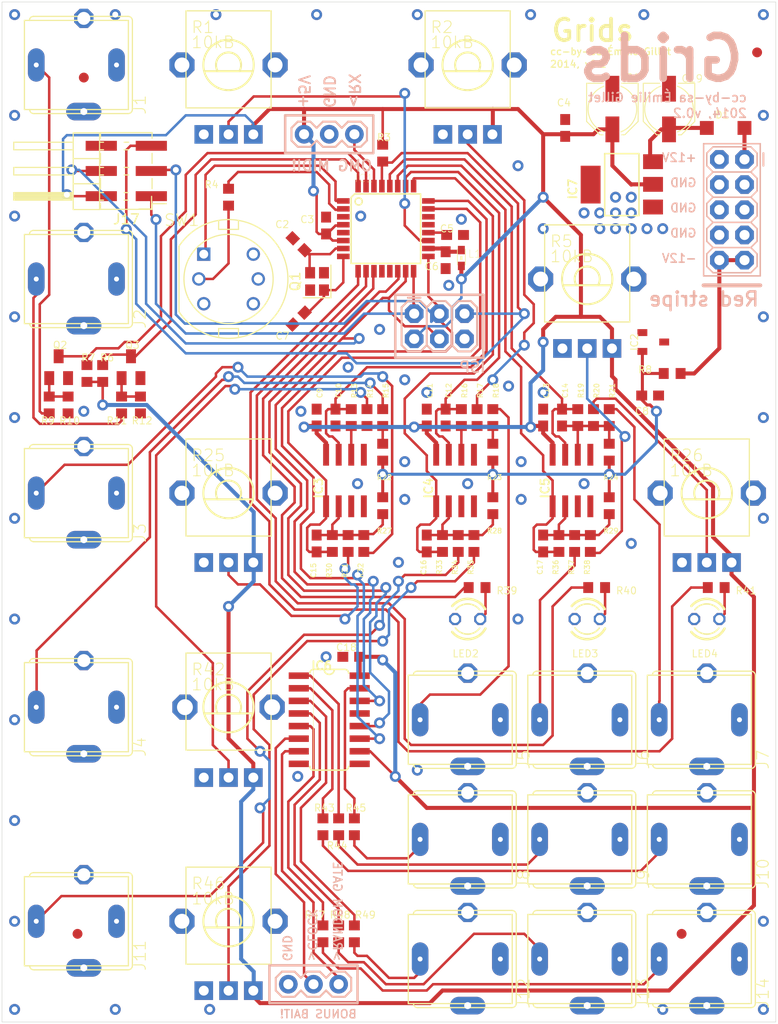
<source format=kicad_pcb>
(kicad_pcb (version 20211014) (generator pcbnew)
  (layers (0 "F.Cu" signal) (31 "B.Cu" signal) (34 "B.Paste" user) (35 "F.Paste" user) (36 "B.SilkS" user "B.Silkscreen") (37 "F.SilkS" user "F.Silkscreen") (38 "B.Mask" user) (39 "F.Mask" user) (44 "Edge.Cuts" user))
  (net 0 "")
  (net 1 "GND")
  (net 2 "VEE")
  (net 3 "Net-(C2-Pad2)")
  (net 4 "/AREF")
  (net 5 "Net-(C6-Pad1)")
  (net 6 "Net-(C7-Pad2)")
  (net 7 "/REF_-5")
  (net 8 "/Y_CV")
  (net 9 "Net-(C10-Pad1)")
  (net 10 "/CH1_CV")
  (net 11 "Net-(C12-Pad1)")
  (net 12 "/CH3_CV")
  (net 13 "Net-(C14-Pad1)")
  (net 14 "/X_CV")
  (net 15 "Net-(C15-Pad1)")
  (net 16 "+5V")
  (net 17 "/RND_CV")
  (net 18 "Net-(C16-Pad1)")
  (net 19 "/CH2_CV")
  (net 20 "Net-(C17-Pad1)")
  (net 21 "Net-(D1-PadA)")
  (net 22 "/IN_RESET")
  (net 23 "/IN_CLOCK")
  (net 24 "/IN_MIDI")
  (net 25 "/RESET")
  (net 27 "/TEMPO")
  (net 28 "/SCK")
  (net 29 "/MISO")
  (net 30 "/MOSI")
  (net 31 "/SS")
  (net 34 "/LED_CH1")
  (net 35 "/LED_CH2")
  (net 36 "/LED_CH3")
  (net 37 "/LED_CLOCK")
  (net 38 "/SW_RESET")
  (net 40 "Net-(IC6-Pad7)")
  (net 41 "Net-(IC6-Pad6)")
  (net 42 "Net-(IC6-Pad5)")
  (net 43 "Net-(IC6-Pad4)")
  (net 44 "Net-(IC6-Pad15)")
  (net 45 "Net-(IC6-Pad3)")
  (net 46 "Net-(IC6-Pad2)")
  (net 47 "Net-(IC6-Pad1)")
  (net 48 "Net-(J1-PadTIP)")
  (net 50 "Net-(J2-PadTIP)")
  (net 52 "Net-(J3-PadTIP)")
  (net 54 "Net-(J4-PadTIP)")
  (net 56 "Net-(J5-PadTIP)")
  (net 58 "Net-(J6-PadTIP)")
  (net 60 "Net-(J7-PadTIP)")
  (net 62 "Net-(J8-PadTIP)")
  (net 64 "Net-(J9-PadTIP)")
  (net 66 "Net-(J10-PadTIP)")
  (net 68 "Net-(J11-PadTIP)")
  (net 70 "VCC")
  (net 71 "Net-(J12-PadTIP)")
  (net 73 "Net-(J13-PadTIP)")
  (net 75 "Net-(J14-PadTIP)")
  (net 78 "Net-(LED2-PadA)")
  (net 79 "Net-(LED3-PadA)")
  (net 80 "Net-(LED4-PadA)")
  (net 81 "Net-(Q2-PadB)")
  (net 82 "Net-(Q3-PadB)")
  (net 83 "Net-(R17-Pad1)")
  (net 84 "Net-(R38-Pad1)")
  (net 85 "Net-(R14-Pad1)")
  (net 86 "Net-(R20-Pad1)")
  (net 87 "Net-(R25-PadP$2)")
  (net 88 "Net-(R35-Pad1)")
  (net 89 "Net-(SW1-Pad2)")
  (footprint "grids:SO16" (layer "F.Cu") (at 142.4786 125.9586 -90)
    (fp_text reference "IC6")
    (fp_text value "74595D")
  )
  (footprint "grids:R0603" (layer "F.Cu") (at 170.7361 95.4786 -90)
    (fp_text reference "R21")
    (fp_text value "100k")
  )
  (footprint "grids:R0603" (layer "F.Cu") (at 147.8761 98.9711 90)
    (fp_text reference "R22")
    (fp_text value "100k")
  )
  (footprint "grids:WQP_PJ_301BM" (layer "F.Cu") (at 117.7136 124.6886 90)
    (fp_text reference "J4")
    (fp_text value "PJ301WQP")
  )
  (footprint "grids:R0603" (layer "F.Cu") (at 143.4311 147.5486 -90)
    (fp_text reference "R48")
    (fp_text value "1.0k")
  )
  (footprint "grids:WQP_PJ_301BM" (layer "F.Cu") (at 168.5136 150.0886 90)
    (fp_text reference "J13")
    (fp_text value "PJ301WQP")
  )
  (footprint "grids:C0603" (layer "F.Cu") (at 174.8636 93.2561)
    (fp_text reference "C8")
    (fp_text value "470n")
  )
  (footprint "grids:C0603" (layer "F.Cu") (at 152.3211 95.4786 90)
    (fp_text reference "C11")
    (fp_text value "100n")
  )
  (footprint "grids:WQP_PJ_301BM" (layer "F.Cu") (at 168.5136 138.0236 90)
    (fp_text reference "J9")
    (fp_text value "PJ301WQP")
  )
  (footprint "grids:WQP_PJ_301BM" (layer "F.Cu") (at 156.4486 138.0236 90)
    (fp_text reference "J8")
    (fp_text value "PJ301WQP")
  )
  (footprint "grids:R0603" (layer "F.Cu") (at 177.0861 91.0336 180)
    (fp_text reference "R8")
    (fp_text value "10k")
  )
  (footprint "grids:C0603" (layer "F.Cu") (at 164.0686 108.1786 -90)
    (fp_text reference "C17")
    (fp_text value "10n")
  )
  (footprint "grids:C0603" (layer "F.Cu") (at 144.7011 119.6086 180)
    (fp_text reference "C18")
    (fp_text value "100n")
  )
  (footprint "grids:PANASONIC_C" (layer "F.Cu") (at 171.0536 64.3636 -90)
    (fp_text reference "C1")
    (fp_text value "22u")
  )
  (footprint "grids:C0603" (layer "F.Cu") (at 141.2086 95.4786 90)
    (fp_text reference "C9")
    (fp_text value "100n")
  )
  (footprint "grids:R0603" (layer "F.Cu") (at 158.9886 95.4786 -90)
    (fp_text reference "R18")
    (fp_text value "100k")
  )
  (footprint "grids:R0603" (layer "F.Cu") (at 167.5611 95.4786 90)
    (fp_text reference "R19")
    (fp_text value "100k")
  )
  (footprint "grids:WQP_PJ_301BM" (layer "F.Cu") (at 168.5136 125.9586 90)
    (fp_text reference "J6")
    (fp_text value "PJ301WQP")
  )
  (footprint "grids:DBZ_R-PDSO-G3" (layer "F.Cu") (at 175.1811 87.8586 -90)
    (fp_text reference "IC2")
    (fp_text value "LM4040 5.0V")
  )
  (footprint "grids:C0603" (layer "F.Cu") (at 164.0686 95.4786 90)
    (fp_text reference "C13")
    (fp_text value "100n")
  )
  (footprint "grids:C0603" (layer "F.Cu") (at 154.2261 95.4786 90)
    (fp_text reference "C12")
    (fp_text value "10n")
  )
  (footprint "grids:R0603" (layer "F.Cu") (at 153.9086 108.1786 -90)
    (fp_text reference "R33")
    (fp_text value "100k")
  )
  (footprint "grids:SOD123" (layer "F.Cu") (at 182.4836 66.2686)
    (fp_text reference "D1")
    (fp_text value "1N5819HW")
  )
  (footprint "grids:ALPS_POT_VERTICAL_PS" (layer "F.Cu") (at 132.3186 59.9186 180)
    (fp_text reference "R1")
    (fp_text value "10kB")
  )
  (footprint "grids:R0603" (layer "F.Cu") (at 169.1486 95.4786 -90)
    (fp_text reference "R20")
    (fp_text value "100k")
  )
  (footprint "grids:R0603" (layer "F.Cu") (at 145.0186 147.5486 -90)
    (fp_text reference "R49")
    (fp_text value "1.0k")
  )
  (footprint "grids:ALPS_POT_VERTICAL_PS4" (layer "F.Cu") (at 132.3186 124.6886 180)
    (fp_text reference "R42")
    (fp_text value "10kB")
  )
  (footprint "grids:SO08" (layer "F.Cu") (at 166.9261 101.8286)
    (fp_text reference "IC5")
    (fp_text value "MCP6002")
  )
  (footprint "grids:R0603" (layer "F.Cu") (at 168.8311 108.1786 90)
    (fp_text reference "R38")
    (fp_text value "100k")
  )
  (footprint "grids:C0603" (layer "F.Cu") (at 143.1136 95.4786 90)
    (fp_text reference "C10")
    (fp_text value "10n")
  )
  (footprint "grids:SO08" (layer "F.Cu") (at 144.0661 101.8286)
    (fp_text reference "IC3")
    (fp_text value "MCP6002")
  )
  (footprint "grids:R0603" (layer "F.Cu") (at 116.1261 94.2086 90)
    (fp_text reference "R10")
    (fp_text value "1M")
  )
  (footprint "grids:SOT23-BEC" (layer "F.Cu") (at 122.4761 90.3986)
    (fp_text reference "Q3")
    (fp_text value "MMBT3904" hide)
  )
  (footprint "grids:PANASONIC_C" (layer "F.Cu") (at 176.7686 64.3636 -90)
    (fp_text reference "C19")
    (fp_text value "22u")
  )
  (footprint "grids:SOT23-BEC" (layer "F.Cu") (at 115.1736 90.3986)
    (fp_text reference "Q2")
    (fp_text value "MMBT3904")
  )
  (footprint "grids:FIDUCIAL-1X2" (layer "F.Cu") (at 117.0786 147.5486 90)
    (fp_text reference "F3" hide)
    (fp_text value "FIDUCIAL1X2" hide)
  )
  (footprint "Connector_PinHeader_2.54mm:PinHeader_2x03_P2.54mm_Horizontal_SMD" (layer "F.Cu") (at 122 70.61 180)
    (fp_text reference "J17")
    (fp_text value "AVR_SPI_PRG_6PTH")
  )
  (footprint "grids:WQP_PJ_301BM" (layer "F.Cu") (at 180.5786 138.0236 90)
    (fp_text reference "J10")
    (fp_text value "PJ301WQP")
  )
  (footprint "grids:R0603" (layer "F.Cu") (at 170.7361 98.9711 90)
    (fp_text reference "R24")
    (fp_text value "100k")
  )
  (footprint "grids:WQP_PJ_301BM" (layer "F.Cu") (at 117.7136 103.0986 90)
    (fp_text reference "J3")
    (fp_text value "PJ301WQP")
  )
  (footprint "grids:SO08" (layer "F.Cu") (at 155.1786 101.8286)
    (fp_text reference "IC4")
    (fp_text value "MCP6002")
  )
  (footprint "grids:R0603" (layer "F.Cu") (at 119.6186 91.0336 -90)
    (fp_text reference "R6")
    (fp_text value "10k")
  )
  (footprint "grids:R0603" (layer "F.Cu") (at 165.6561 108.1786 -90)
    (fp_text reference "R36")
    (fp_text value "100k")
  )
  (footprint "grids:R0603" (layer "F.Cu") (at 147.8761 68.8086 90)
    (fp_text reference "R3")
    (fp_text value "10k")
  )
  (footprint "grids:R0603" (layer "F.Cu") (at 155.4961 108.1786 90)
    (fp_text reference "R34")
    (fp_text value "100k")
  )
  (footprint "grids:TQFP32-08" (layer "F.Cu") (at 148.1936 76.4286)
    (fp_text reference "IC1")
    (fp_text value "ATMEGA328P-AU")
  )
  (footprint "grids:R0603" (layer "F.Cu") (at 181.5311 112.6236)
    (fp_text reference "R41")
    (fp_text value "100")
  )
  (footprint "grids:ALPS_POT_VERTICAL_PS" (layer "F.Cu") (at 156.4486 59.9186 180)
    (fp_text reference "R2")
    (fp_text value "10kB")
  )
  (footprint "grids:C0603" (layer "F.Cu") (at 139.398959 85.5 45)
    (fp_text reference "C7")
    (fp_text value "18p")
  )
  (footprint "grids:R0603" (layer "F.Cu") (at 145.9711 108.1786 90)
    (fp_text reference "R32")
    (fp_text value "100k")
  )
  (footprint "grids:LED3MM" (layer "F.Cu") (at 156.4486 115.7986 180)
    (fp_text reference "LED2")
    (fp_text value "LED3MM")
  )
  (footprint "grids:R0603" (layer "F.Cu") (at 147.8761 95.4786 -90)
    (fp_text reference "R15")
    (fp_text value "100k")
  )
  (footprint "grids:R0603" (layer "F.Cu") (at 141.8436 136.7536 -90)
    (fp_text reference "R43")
    (fp_text value "1.0k")
  )
  (footprint "grids:R0603" (layer "F.Cu") (at 145.0186 136.7536 -90)
    (fp_text reference "R45")
    (fp_text value "1.0k")
  )
  (footprint "grids:C0603" (layer "F.Cu") (at 154.2261 79.6036 -90)
    (fp_text reference "C6")
    (fp_text value "100n")
  )
  (footprint "grids:WQP_PJ_301BM" (layer "F.Cu") (at 180.5786 125.9586 90)
    (fp_text reference "J7")
    (fp_text value "PJ301WQP")
  )
  (footprint "grids:C0603" (layer "F.Cu") (at 142.1611 76.1111 90)
    (fp_text reference "C3")
    (fp_text value "100n")
  )
  (footprint "grids:R0603" (layer "F.Cu") (at 158.9886 98.9711 90)
    (fp_text reference "R23")
    (fp_text value "100k")
  )
  (footprint "grids:R0603" (layer "F.Cu") (at 132.3186 73.2536 -90)
    (fp_text reference "R4")
    (fp_text value "100")
  )
  (footprint "grids:R0603" (layer "F.Cu") (at 157.4011 95.4786 -90)
    (fp_text reference "R17")
    (fp_text value "100k")
  )
  (footprint "grids:R0603" (layer "F.Cu") (at 170.7361 104.3686 -90)
    (fp_text reference "R29")
    (fp_text value "100k")
  )
  (footprint "grids:SOT223" (layer "F.Cu") (at 172.0061 71.9836 90)
    (fp_text reference "IC7")
    (fp_text value "LM1117-5.0")
  )
  (footprint "grids:R0603" (layer "F.Cu") (at 123.4286 94.2086 90)
    (fp_text reference "R12")
    (fp_text value "1M")
  )
  (footprint "grids:R0603" (layer "F.Cu") (at 167.2436 108.1786 90)
    (fp_text reference "R37")
    (fp_text value "100k")
  )
  (footprint "grids:WQP_PJ_301BM" (layer "F.Cu") (at 117.7136 146.2786 90)
    (fp_text reference "J11")
    (fp_text value "PJ301WQP")
  )
  (footprint "grids:R0603" (layer "F.Cu") (at 142.7961 108.1786 -90)
    (fp_text reference "R30")
    (fp_text value "100k")
  )
  (footprint "grids:C0603" (layer "F.Cu") (at 141.2086 108.1786 -90)
    (fp_text reference "C15")
    (fp_text value "10n")
  )
  (footprint "grids:R0603" (layer "F.Cu") (at 157.0836 108.1786 90)
    (fp_text reference "R35")
    (fp_text value "100k")
  )
  (footprint "grids:FIDUCIAL-1X2" (layer "F.Cu") (at 117.7136 61.1886 90)
    (fp_text reference "F2" hide)
    (fp_text value "FIDUCIAL1X2" hide)
  )
  (footprint "grids:R0603" (layer "F.Cu") (at 141.8436 147.5486 -90)
    (fp_text reference "R47")
    (fp_text value "1.0k")
  )
  (footprint "grids:WQP_PJ_301BM" (layer "F.Cu") (at 117.7136 59.9186 90)
    (fp_text reference "J1")
    (fp_text value "PJ301WQP")
  )
  (footprint "grids:R0603" (layer "F.Cu") (at 155.8136 95.4786 90)
    (fp_text reference "R16")
    (fp_text value "100k")
  )
  (footprint "grids:0603" (layer "F.Cu") (at 155.8136 79.2861 90)
    (fp_text reference "L1")
    (fp_text value "WE-CBF_0603")
  )
  (footprint "grids:R0603" (layer "F.Cu") (at 158.9886 104.3686 -90)
    (fp_text reference "R28")
    (fp_text value "100k")
  )
  (footprint "grids:C0603" (layer "F.Cu") (at 166.2911 66.2686 90)
    (fp_text reference "C4")
    (fp_text value "100n")
  )
  (footprint "grids:WQP_PJ_301BM" (layer "F.Cu") (at 156.4486 125.9586 90)
    (fp_text reference "J5")
    (fp_text value "PJ301WQP")
  )
  (footprint "Crystal:Crystal_SMD_2520-4Pin_2.5x2.0mm" (layer "F.Cu") (at 141.25 81.75 90)
    (fp_text reference "Q1")
    (fp_text value "20MHz")
  )
  (footprint "grids:LED3MM" (layer "F.Cu") (at 168.5136 115.7986 180)
    (fp_text reference "LED3")
    (fp_text value "LED3MM")
  )
  (footprint "grids:ALPS_POT_VERTICAL_PS" (layer "F.Cu") (at 132.3186 103.0986 180)
    (fp_text reference "R25")
    (fp_text value "10kB")
  )
  (footprint "grids:R0603" (layer "F.Cu") (at 144.3836 108.1786 90)
    (fp_text reference "R31")
    (fp_text value "100k")
  )
  (footprint "grids:WQP_PJ_301BM" (layer "F.Cu") (at 180.5786 150.0886 90)
    (fp_text reference "J14")
    (fp_text value "PJ301WQP")
  )
  (footprint "grids:C0603" (layer "F.Cu") (at 165.9736 95.4786 90)
    (fp_text reference "C14")
    (fp_text value "10n")
  )
  (footprint "grids:FIDUCIAL-1X2" (layer "F.Cu") (at 185.6586 58.6486 90)
    (fp_text reference "F1" hide)
    (fp_text value "FIDUCIAL1X2" hide)
  )
  (footprint "grids:ALPS_POT_VERTICAL_PS" (layer "F.Cu") (at 132.3186 146.2786 180)
    (fp_text reference "R46")
    (fp_text value "10kB")
  )
  (footprint "grids:R0603" (layer "F.Cu") (at 147.8761 104.3686 -90)
    (fp_text reference "R27")
    (fp_text value "100k")
  )
  (footprint "grids:C0603" (layer "F.Cu") (at 155.1786 77.0636)
    (fp_text reference "C5")
    (fp_text value "100n")
  )
  (footprint "grids:R0603" (layer "F.Cu") (at 143.4311 136.7536 -90)
    (fp_text reference "R44")
    (fp_text value "1.0k")
  )
  (footprint "grids:WQP_PJ_301BM" (layer "F.Cu") (at 117.7136 81.5086 90)
    (fp_text reference "J2")
    (fp_text value "PJ301WQP")
  )
  (footprint "grids:R0603" (layer "F.Cu") (at 118.0311 91.0336 -90)
    (fp_text reference "R7")
    (fp_text value "10k")
  )
  (footprint "grids:R0603" (layer "F.Cu") (at 144.7011 95.4786 90)
    (fp_text reference "R13")
    (fp_text value "100k")
  )
  (footprint "grids:ALPS_POT_VERTICAL_PS" (layer "F.Cu") (at 168.5136 81.5086 180)
    (fp_text reference "R5")
    (fp_text value "10kB")
  )
  (footprint "grids:R0603" (layer "F.Cu") (at 169.4661 112.6236)
    (fp_text reference "R40")
    (fp_text value "100")
  )
  (footprint "grids:R0603" (layer "F.Cu") (at 146.2886 95.4786 -90)
    (fp_text reference "R14")
    (fp_text value "100k")
  )
  (footprint "grids:FIDUCIAL-1X2" (layer "F.Cu") (at 178.0386 147.5486 90)
    (fp_text reference "F4" hide)
    (fp_text value "FIDUCIAL1X2" hide)
  )
  (footprint "grids:C0603" (layer "F.Cu") (at 152.3211 108.1786 -90)
    (fp_text reference "C16")
    (fp_text value "10n")
  )
  (footprint "grids:LED3MM" (layer "F.Cu") (at 180.5786 115.7986 180)
    (fp_text reference "LED4")
    (fp_text value "LED3MM")
  )
  (footprint "grids:ALPS_POT_VERTICAL_PS" (layer "F.Cu") (at 180.5786 103.0986 180)
    (fp_text reference "R26")
    (fp_text value "10kB")
  )
  (footprint "grids:R0603" (layer "F.Cu") (at 121.5236 94.2086 -90)
    (fp_text reference "R11")
    (fp_text value "100k")
  )
  (footprint "grids:WQP_PJ_301BM" (layer "F.Cu") (at 156.4486 150.0886 90)
    (fp_text reference "J12")
    (fp_text value "PJ301WQP")
  )
  (footprint "grids:R0603" (layer "F.Cu") (at 157.4011 112.6236)
    (fp_text reference "R39")
    (fp_text value "100")
  )
  (footprint "grids:C0603" (layer "F.Cu") (at 139.398959 78 -45)
    (fp_text reference "C2")
    (fp_text value "18p")
  )
  (footprint "grids:R0603" (layer "F.Cu") (at 114.2211 94.2086 -90)
    (fp_text reference "R9")
    (fp_text value "100k")
  )
  (footprint "Supercell 1.3:C&K_D6R" (layer "F.Cu") (at 132.3186 81.5)
    (fp_text reference "SW1")
    (fp_text value "SW_MEC_5G_2LED")
  )
  (footprint "grids:1X03" (layer "B.Cu") (at 138.3511 152.6286)
    (fp_text reference "JP1" hide)
    (fp_text value "M03PTH")
  )
  (footprint "grids:2X3" (layer "B.Cu") (at 151.0511 85.0011)
    (fp_text reference "J15" hide)
    (fp_text value "AVR_SPI_PRG_6PTH")
  )
  (footprint "grids:AVR_ICSP" (layer "B.Cu") (at 183.1186 74.5236 180)
    (fp_text reference "J16" hide)
    (fp_text value "M05X2PTH" hide)
  )
  (footprint "grids:1X03" (layer "B.Cu") (at 145.0186 66.9036 180)
    (fp_text reference "JP2" hide)
    (fp_text value "M03PTH")
  )
  (gr_line (start 136.4461 154.5336) (end 145.3361 154.5336) (layer "B.SilkS") (width 0.254))
  (gr_line (start 180.2611 67.8561) (end 180.2611 81.1911) (layer "B.SilkS") (width 0.1524))
  (gr_line (start 158.0361 83.0961) (end 149.1461 83.0961) (layer "B.SilkS") (width 0.254))
  (gr_line (start 136.4461 150.7236) (end 136.4461 154.5336) (layer "B.SilkS") (width 0.254))
  (gr_line (start 146.9236 64.9986) (end 138.0336 64.9986) (layer "B.SilkS") (width 0.254))
  (gr_line (start 138.0336 64.9986) (end 138.0336 68.8086) (layer "B.SilkS") (width 0.254))
  (gr_line (start 158.0361 89.4461) (end 158.0361 83.0961) (layer "B.SilkS") (width 0.254))
  (gr_line (start 180.2611 82.1436) (end 185.9761 82.1436) (layer "B.SilkS") (width 0.4064))
  (gr_line (start 149.1461 89.4461) (end 158.0361 89.4461) (layer "B.SilkS") (width 0.254))
  (gr_line (start 145.3361 150.7236) (end 136.4461 150.7236) (layer "B.SilkS") (width 0.254))
  (gr_line (start 180.2611 81.1911) (end 185.9761 81.1911) (layer "B.SilkS") (width 0.1524))
  (gr_line (start 185.9761 81.1911) (end 185.9761 67.8561) (layer "B.SilkS") (width 0.1524))
  (gr_line (start 146.9236 68.8086) (end 146.9236 64.9986) (layer "B.SilkS") (width 0.254))
  (gr_line (start 149.1461 83.0961) (end 149.1461 89.4461) (layer "B.SilkS") (width 0.254))
  (gr_line (start 145.3361 154.5336) (end 145.3361 150.7236) (layer "B.SilkS") (width 0.254))
  (gr_line (start 138.0336 68.8086) (end 146.9236 68.8086) (layer "B.SilkS") (width 0.254))
  (gr_line (start 180.2611 67.8561) (end 185.9761 67.8561) (layer "B.SilkS") (width 0.1524))
  (gr_line (start 187.5436 156.4386) (end 187.5436 53.5686) (layer "Edge.Cuts") (width 0.05))
  (gr_line (start 187.5436 53.5686) (end 109.4586 53.5686) (layer "Edge.Cuts") (width 0.05))
  (gr_line (start 109.4586 156.4386) (end 187.5436 156.4386) (layer "Edge.Cuts") (width 0.05))
  (gr_line (start 109.4586 53.5686) (end 109.4586 156.4386) (layer "Edge.Cuts") (width 0.05))
  (gr_text "GND" (at 179.6261 74.8411) (layer "B.SilkS") (effects (font (size 0.8636 0.8636) (thickness 0.1524)) (justify left bottom mirror)))
  (gr_text "ISP" (at 158.3536 91.0336) (layer "B.SilkS") (effects (font (size 1.0795 1.0795) (thickness 0.1905)) (justify left bottom mirror)))
  (gr_text "+5V" (at 139.3036 64.3636 -90) (layer "B.SilkS") (effects (font (size 1.0795 1.0795) (thickness 0.1905)) (justify left bottom mirror)))
  (gr_text "2014, v0.2" (at 184.7061 65.3161) (layer "B.SilkS") (effects (font (size 0.90678 0.90678) (thickness 0.16002)) (justify left bottom mirror)))
  (gr_text ">RANDOM GATE" (at 142.7961 150.4061 -90) (layer "B.SilkS") (effects (font (size 0.8636 0.8636) (thickness 0.1524)) (justify left bottom mirror)))
  (gr_text ">CLOCK" (at 140.2561 150.4061 -90) (layer "B.SilkS") (effects (font (size 0.8636 0.8636) (thickness 0.1524)) (justify left bottom mirror)))
  (gr_text "GND" (at 141.8436 64.3636 -90) (layer "B.SilkS") (effects (font (size 1.0795 1.0795) (thickness 0.1905)) (justify left bottom mirror)))
  (gr_text "OMG MIDI!" (at 146.9236 70.7136) (layer "B.SilkS") (effects (font (size 1.0795 1.0795) (thickness 0.1905)) (justify left bottom mirror)))
  (gr_text "<RX" (at 144.3836 64.3636 -90) (layer "B.SilkS") (effects (font (size 1.0795 1.0795) (thickness 0.1905)) (justify left bottom mirror)))
  (gr_text "GND" (at 137.7161 150.4061 -90) (layer "B.SilkS") (effects (font (size 0.8636 0.8636) (thickness 0.1524)) (justify left bottom mirror)))
  (gr_text "GND" (at 179.6261 77.3811) (layer "B.SilkS") (effects (font (size 0.8636 0.8636) (thickness 0.1524)) (justify left bottom mirror)))
  (gr_text "Red stripe" (at 185.9761 84.3661) (layer "B.SilkS") (effects (font (size 1.42494 1.42494) (thickness 0.25146)) (justify left bottom mirror)))
  (gr_text "Grids" (at 184.7061 61.8236) (layer "B.SilkS") (effects (font (size 4.318 4.318) (thickness 0.762)) (justify left bottom mirror)))
  (gr_text "BONUS BAIT!" (at 145.3361 156.1211) (layer "B.SilkS") (effects (font (size 0.82042 0.82042) (thickness 0.14478)) (justify left bottom mirror)))
  (gr_text "-12V" (at 179.6261 79.9211) (layer "B.SilkS") (effects (font (size 0.8636 0.8636) (thickness 0.1524)) (justify left bottom mirror)))
  (gr_text "GND" (at 179.6261 72.3011) (layer "B.SilkS") (effects (font (size 0.8636 0.8636) (thickness 0.1524)) (justify left bottom mirror)))
  (gr_text "cc-by-sa Émilie Gillet" (at 184.7061 63.7286) (layer "B.SilkS") (effects (font (size 0.90678 0.90678) (thickness 0.16002)) (justify left bottom mirror)))
  (gr_text "+12V" (at 179.6261 69.7611) (layer "B.SilkS") (effects (font (size 0.8636 0.8636) (thickness 0.1524)) (justify left bottom mirror)))
  (gr_text "2014, v0.2" (at 164.7036 60.2361) (layer "F.SilkS") (effects (font (size 0.69088 0.69088) (thickness 0.12192)) (justify left bottom)))
  (gr_text "Grids" (at 164.7036 57.6961) (layer "F.SilkS") (effects (font (size 2.159 2.159) (thickness 0.381)) (justify left bottom)))
  (gr_text "cc-by-sa Émilie Gillet" (at 164.7036 58.9661) (layer "F.SilkS") (effects (font (size 0.69088 0.69088) (thickness 0.12192)) (justify left bottom)))
  (via (at 151.3686 54.8386) (size 1.108) (drill 0.6) (layers "F.Cu" "B.Cu") (net 1))
  (via (at 149.4636 110.0836) (size 1.108) (drill 0.6) (layers "F.Cu" "B.Cu") (net 1))
  (via (at 155.8136 75.4761) (size 1.108) (drill 0.6) (layers "F.Cu" "B.Cu") (net 1))
  (via (at 120.8886 155.1686) (size 1.108) (drill 0.6) (layers "F.Cu" "B.Cu") (net 1))
  (via (at 117.7136 94.8436) (size 1.108) (drill 0.6) (layers "F.Cu" "B.Cu") (net 1))
  (via (at 154.5436 82.1436) (size 1.108) (drill 0.6) (layers "F.Cu" "B.Cu") (net 1))
  (via (at 110.7286 64.9986) (size 1.108) (drill 0.6) (layers "F.Cu" "B.Cu") (net 1))
  (via (at 139.6211 94.8436) (size 1.108) (drill 0.6) (layers "F.Cu" "B.Cu") (net 1))
  (via (at 164.0686 76.4286) (size 1.108) (drill 0.6) (layers "F.Cu" "B.Cu") (net 1))
  (via (at 171.3711 73.2536) (size 1.108) (drill 0.6) (layers "F.Cu" "B.Cu") (net 1))
  (via (at 164.0686 92.9386) (size 1.108) (drill 0.6) (layers "F.Cu" "B.Cu") (net 1))
  (via (at 139.3036 131.6736) (size 1.108) (drill 0.6) (layers "F.Cu" "B.Cu") (net 1))
  (via (at 150.0986 99.9236) (size 1.108) (drill 0.6) (layers "F.Cu" "B.Cu") (net 1))
  (via (at 172.9586 74.8411) (size 1.108) (drill 0.6) (layers "F.Cu" "B.Cu") (net 1))
  (via (at 168.1961 74.8411) (size 1.108) (drill 0.6) (layers "F.Cu" "B.Cu") (net 1))
  (via (at 186.2936 85.3186) (size 1.108) (drill 0.6) (layers "F.Cu" "B.Cu") (net 1))
  (via (at 161.5286 115.7986) (size 1.108) (drill 0.6) (layers "F.Cu" "B.Cu") (net 1))
  (via (at 186.2936 146.2786) (size 1.108) (drill 0.6) (layers "F.Cu" "B.Cu") (net 1))
  (via (at 145.3361 102.1461) (size 1.108) (drill 0.6) (layers "F.Cu" "B.Cu") (net 1))
  (via (at 161.8461 99.9236) (size 1.108) (drill 0.6) (layers "F.Cu" "B.Cu") (net 1))
  (via (at 110.7286 155.1686) (size 1.108) (drill 0.6) (layers "F.Cu" "B.Cu") (net 1))
  (via (at 186.2936 64.9986) (size 1.108) (drill 0.6) (layers "F.Cu" "B.Cu") (net 1))
  (via (at 110.7286 146.2786) (size 1.108) (drill 0.6) (layers "F.Cu" "B.Cu") (net 1))
  (via (at 172.9586 108.1786) (size 1.108) (drill 0.6) (layers "F.Cu" "B.Cu") (net 1))
  (via (at 144.3836 90.3986) (size 1.108) (drill 0.6) (layers "F.Cu" "B.Cu") (net 1))
  (via (at 156.4486 102.1461) (size 1.108) (drill 0.6) (layers "F.Cu" "B.Cu") (net 1))
  (via (at 110.7286 105.6386) (size 1.108) (drill 0.6) (layers "F.Cu" "B.Cu") (net 1))
  (via (at 186.2936 54.8386) (size 1.108) (drill 0.6) (layers "F.Cu" "B.Cu") (net 1))
  (via (at 171.3711 74.8411) (size 1.108) (drill 0.6) (layers "F.Cu" "B.Cu") (net 1))
  (via (at 172.9586 73.2536) (size 1.108) (drill 0.6) (layers "F.Cu" "B.Cu") (net 1))
  (via (at 120.8886 54.8386) (size 1.108) (drill 0.6) (layers "F.Cu" "B.Cu") (net 1))
  (via (at 150.0986 103.7336) (size 1.108) (drill 0.6) (layers "F.Cu" "B.Cu") (net 1))
  (via (at 172.9586 76.4286) (size 1.108) (drill 0.6) (layers "F.Cu" "B.Cu") (net 1))
  (via (at 169.7836 74.8411) (size 1.108) (drill 0.6) (layers "F.Cu" "B.Cu") (net 1))
  (via (at 162.7986 54.8386) (size 1.108) (drill 0.6) (layers "F.Cu" "B.Cu") (net 1))
  (via (at 152.3211 92.9386) (size 1.108) (drill 0.6) (layers "F.Cu" "B.Cu") (net 1))
  (via (at 169.7836 76.4286) (size 1.108) (drill 0.6) (layers "F.Cu" "B.Cu") (net 1))
  (via (at 110.7286 136.1186) (size 1.108) (drill 0.6) (layers "F.Cu" "B.Cu") (net 1))
  (via (at 161.5286 70.0786) (size 1.108) (drill 0.6) (layers "F.Cu" "B.Cu") (net 1))
  (via (at 160.5761 92.3036) (size 1.108) (drill 0.6) (layers "F.Cu" "B.Cu") (net 1))
  (via (at 130.4136 155.1686) (size 1.108) (drill 0.6) (layers "F.Cu" "B.Cu") (net 1))
  (via (at 174.5461 76.4286) (size 1.108) (drill 0.6) (layers "F.Cu" "B.Cu") (net 1))
  (via (at 174.2286 54.8386) (size 1.108) (drill 0.6) (layers "F.Cu" "B.Cu") (net 1))
  (via (at 176.1336 76.4286) (size 1.108) (drill 0.6) (layers "F.Cu" "B.Cu") (net 1))
  (via (at 110.7286 54.8386) (size 1.108) (drill 0.6) (layers "F.Cu" "B.Cu") (net 1))
  (via (at 110.7286 95.4786) (size 1.108) (drill 0.6) (layers "F.Cu" "B.Cu") (net 1))
  (via (at 186.2936 155.1686) (size 1.108) (drill 0.6) (layers "F.Cu" "B.Cu") (net 1))
  (via (at 151.3686 131.0386) (size 1.108) (drill 0.6) (layers "F.Cu" "B.Cu") (net 1))
  (via (at 176.1336 155.1686) (size 1.108) (drill 0.6) (layers "F.Cu" "B.Cu") (net 1))
  (via (at 142.1611 119.6086) (size 1.108) (drill 0.6) (layers "F.Cu" "B.Cu") (net 1))
  (via (at 186.2936 95.4786) (size 1.108) (drill 0.6) (layers "F.Cu" "B.Cu") (net 1))
  (via (at 171.3711 76.4286) (size 1.108) (drill 0.6) (layers "F.Cu" "B.Cu") (net 1))
  (via (at 110.7286 75.1586) (size 1.108) (drill 0.6) (layers "F.Cu" "B.Cu") (net 1))
  (via (at 110.7286 85.3186) (size 1.108) (drill 0.6) (layers "F.Cu" "B.Cu") (net 1))
  (via (at 131.0486 54.8386) (size 1.108) (drill 0.6) (layers "F.Cu" "B.Cu") (net 1))
  (via (at 168.1961 102.1461) (size 1.108) (drill 0.6) (layers "F.Cu" "B.Cu") (net 1))
  (via (at 110.7286 125.9586) (size 1.108) (drill 0.6) (layers "F.Cu" "B.Cu") (net 1))
  (via (at 145.6536 75.1586) (size 1.108) (drill 0.6) (layers "F.Cu" "B.Cu") (net 1))
  (via (at 186.2936 105.6386) (size 1.108) (drill 0.6) (layers "F.Cu" "B.Cu") (net 1))
  (via (at 150.0986 91.6686) (size 1.108) (drill 0.6) (layers "F.Cu" "B.Cu") (net 1))
  (via (at 147.5586 86.5886) (size 1.108) (drill 0.6) (layers "F.Cu" "B.Cu") (net 1))
  (via (at 110.7286 115.7986) (size 1.108) (drill 0.6) (layers "F.Cu" "B.Cu") (net 1))
  (via (at 161.8461 103.7336) (size 1.108) (drill 0.6) (layers "F.Cu" "B.Cu") (net 1))
  (via (at 141.2086 54.8386) (size 1.108) (drill 0.6) (layers "F.Cu" "B.Cu") (net 1))
  (segment (start 181.8486 79.6036) (end 184.3886 79.6036) (width 0.4064) (layer "F.Cu") (net 2))
  (segment (start 177.9361 91.0336) (end 179.3086 91.0336) (width 0.4064) (layer "F.Cu") (net 2))
  (segment (start 179.3086 91.0336) (end 181.8486 88.4936) (width 0.4064) (layer "F.Cu") (net 2))
  (segment (start 181.8486 88.4936) (end 181.8486 79.6036) (width 0.4064) (layer "F.Cu") (net 2))
  (segment (start 140.5 80.825) (end 140.55 80.875) (width 0.25) (layer "F.Cu") (net 3))
  (segment (start 142.5588 79) (end 140.398959 79) (width 0.25) (layer "F.Cu") (net 3))
  (segment (start 140.5 79.101041) (end 140.5 80.825) (width 0.25) (layer "F.Cu") (net 3))
  (segment (start 140 78.601041) (end 140.5 79.101041) (width 0.25) (layer "F.Cu") (net 3))
  (segment (start 143.901 78.4286) (end 143.1302 78.4286) (width 0.25) (layer "F.Cu") (net 3))
  (segment (start 140.398959 79) (end 140 78.601041) (width 0.25) (layer "F.Cu") (net 3))
  (segment (start 143.1302 78.4286) (end 142.5588 79) (width 0.25) (layer "F.Cu") (net 3))
  (segment (start 154.0936 76.8286) (end 154.3286 77.0636) (width 0.254) (layer "F.Cu") (net 4))
  (segment (start 152.4862 76.8286) (end 154.0936 76.8286) (width 0.254) (layer "F.Cu") (net 4))
  (segment (start 153.9011 78.4286) (end 154.2261 78.7536) (width 0.4064) (layer "F.Cu") (net 5))
  (segment (start 155.6461 78.7536) (end 155.8136 78.5861) (width 0.4064) (layer "F.Cu") (net 5))
  (segment (start 152.4862 78.4286) (end 153.9011 78.4286) (width 0.4064) (layer "F.Cu") (net 5))
  (segment (start 154.2261 78.7536) (end 155.6461 78.7536) (width 0.4064) (layer "F.Cu") (net 5))
  (segment (start 143.901 79.2286) (end 143.901 81.849) (width 0.25) (layer "F.Cu") (net 6))
  (segment (start 143.125 82.625) (end 141.95 82.625) (width 0.25) (layer "F.Cu") (net 6))
  (segment (start 143.901 81.849) (end 143.125 82.625) (width 0.25) (layer "F.Cu") (net 6))
  (segment (start 140 84.898959) (end 140.351041 84.898959) (width 0.25) (layer "F.Cu") (net 6))
  (segment (start 140.351041 84.898959) (end 141.95 83.3) (width 0.25) (layer "F.Cu") (net 6))
  (segment (start 141.95 83.3) (end 141.95 82.625) (width 0.25) (layer "F.Cu") (net 6))
  (segment (start 147.8761 101.1936) (end 147.8761 99.8211) (width 0.3048) (layer "F.Cu") (net 7))
  (segment (start 175.4986 94.8436) (end 174.8636 94.2086) (width 0.3048) (layer "F.Cu") (net 7))
  (segment (start 170.7361 101.1936) (end 170.7361 99.8211) (width 0.3048) (layer "F.Cu") (net 7))
  (segment (start 174.8636 94.2086) (end 174.5461 94.2086) (width 0.3048) (layer "F.Cu") (net 7))
  (segment (start 174.0811 93.1886) (end 174.0811 91.0336) (width 0.3048) (layer "F.Cu") (net 7))
  (segment (start 174.5461 94.2086) (end 174.0136 93.6761) (width 0.3048) (layer "F.Cu") (net 7))
  (segment (start 147.8761 103.5186) (end 147.8761 101.1936) (width 0.3048) (layer "F.Cu") (net 7))
  (segment (start 174.0136 93.2561) (end 174.0811 93.1886) (width 0.3048) (layer "F.Cu") (net 7))
  (segment (start 174.0811 91.0336) (end 174.0811 88.8086) (width 0.3048) (layer "F.Cu") (net 7))
  (segment (start 175.8961 91.0336) (end 176.0661 90.8636) (width 0.3048) (layer "F.Cu") (net 7))
  (segment (start 174.0136 93.6761) (end 174.0136 93.2561) (width 0.3048) (layer "F.Cu") (net 7))
  (segment (start 174.0811 91.0336) (end 175.8961 91.0336) (width 0.3048) (layer "F.Cu") (net 7))
  (segment (start 176.0661 90.8636) (end 176.2361 91.0336) (width 0.4064) (layer "F.Cu") (net 7))
  (segment (start 170.7361 101.1936) (end 170.7361 103.5186) (width 0.3048) (layer "F.Cu") (net 7))
  (segment (start 158.9886 101.1936) (end 158.9886 103.5186) (width 0.3048) (layer "F.Cu") (net 7))
  (segment (start 158.9886 101.1936) (end 158.9886 99.8211) (width 0.3048) (layer "F.Cu") (net 7))
  (via (at 170.7361 101.1936) (size 1.108) (drill 0.6) (layers "F.Cu" "B.Cu") (net 7))
  (via (at 175.4986 94.8436) (size 1.108) (drill 0.6) (layers "F.Cu" "B.Cu") (net 7))
  (via (at 147.8761 101.1936) (size 1.108) (drill 0.6) (layers "F.Cu" "B.Cu") (net 7))
  (via (at 158.9886 101.1936) (size 1.108) (drill 0.6) (layers "F.Cu" "B.Cu") (net 7))
  (segment (start 158.9886 101.1936) (end 170.7361 101.1936) (width 0.3048) (layer "B.Cu") (net 7))
  (segment (start 147.8761 101.1936) (end 158.9886 101.1936) (width 0.3048) (layer "B.Cu") (net 7))
  (segment (start 170.7361 101.1936) (end 172.3236 101.1936) (width 0.3048) (layer "B.Cu") (net 7))
  (segment (start 175.4986 98.0186) (end 175.4986 94.8436) (width 0.3048) (layer "B.Cu") (net 7))
  (segment (start 172.3236 101.1936) (end 175.4986 98.0186) (width 0.3048) (layer "B.Cu") (net 7))
  (segment (start 142.3761 94.6286) (end 143.1136 94.6286) (width 0.254) (layer "F.Cu") (net 8))
  (segment (start 146.2886 90.3986) (end 156.7661 90.3986) (width 0.254) (layer "F.Cu") (net 8))
  (segment (start 158.3536 88.8111) (end 158.3536 75.4761) (width 0.254) (layer "F.Cu") (net 8))
  (segment (start 143.4311 99.2286) (end 143.4311 98.0186) (width 0.254) (layer "F.Cu") (net 8))
  (segment (start 142.1611 94.8436) (end 142.3761 94.6286) (width 0.254) (layer "F.Cu") (net 8))
  (segment (start 142.1611 97.0661) (end 142.1611 94.8436) (width 0.254) (layer "F.Cu") (net 8))
  (segment (start 156.7661 90.3986) (end 158.3536 88.8111) (width 0.254) (layer "F.Cu") (net 8))
  (segment (start 158.3536 75.4761) (end 156.5061 73.6286) (width 0.254) (layer "F.Cu") (net 8))
  (segment (start 143.1136 94.6286) (end 143.1136 93.5736) (width 0.254) (layer "F.Cu") (net 8))
  (segment (start 143.1136 93.5736) (end 146.2886 90.3986) (width 0.254) (layer "F.Cu") (net 8))
  (segment (start 143.4311 98.0186) (end 142.7961 97.3836) (width 0.254) (layer "F.Cu") (net 8))
  (segment (start 142.4786 97.3836) (end 142.1611 97.0661) (width 0.254) (layer "F.Cu") (net 8))
  (segment (start 142.7961 97.3836) (end 142.4786 97.3836) (width 0.254) (layer "F.Cu") (net 8))
  (segment (start 156.5061 73.6286) (end 152.4862 73.6286) (width 0.254) (layer "F.Cu") (net 8))
  (segment (start 143.1136 94.6286) (end 144.7011 94.6286) (width 0.254) (layer "F.Cu") (net 8))
  (segment (start 147.8761 96.3286) (end 147.8761 98.1211) (width 0.254) (layer "F.Cu") (net 9))
  (segment (start 144.7011 96.3286) (end 146.2886 96.3286) (width 0.254) (layer "F.Cu") (net 9))
  (segment (start 144.7011 96.3286) (end 143.1136 96.3286) (width 0.254) (layer "F.Cu") (net 9))
  (segment (start 144.7011 99.2286) (end 144.7011 96.3286) (width 0.254) (layer "F.Cu") (net 9))
  (segment (start 146.2886 96.3286) (end 147.8761 96.3286) (width 0.254) (layer "F.Cu") (net 9))
  (segment (start 156.1311 91.6686) (end 157.4011 91.6686) (width 0.254) (layer "F.Cu") (net 10))
  (segment (start 154.2261 94.6286) (end 155.8136 94.6286) (width 0.254) (layer "F.Cu") (net 10))
  (segment (start 153.9086 97.3836) (end 153.5911 97.3836) (width 0.254) (layer "F.Cu") (net 10))
  (segment (start 153.2736 94.8436) (end 153.4886 94.6286) (width 0.254) (layer "F.Cu") (net 10))
  (segment (start 154.2261 93.5736) (end 156.1311 91.6686) (width 0.254) (layer "F.Cu") (net 10))
  (segment (start 150.7336 70.7136) (end 150.1936 71.2536) (width 0.254) (layer "F.Cu") (net 10))
  (segment (start 154.5436 99.2286) (end 154.5436 98.0186) (width 0.254) (layer "F.Cu") (net 10))
  (segment (start 159.6236 74.8411) (end 155.4961 70.7136) (width 0.254) (layer "F.Cu") (net 10))
  (segment (start 155.4961 70.7136) (end 150.7336 70.7136) (width 0.254) (layer "F.Cu") (net 10))
  (segment (start 154.5436 98.0186) (end 153.9086 97.3836) (width 0.254) (layer "F.Cu") (net 10))
  (segment (start 159.6236 89.4461) (end 159.6236 74.8411) (width 0.254) (layer "F.Cu") (net 10))
  (segment (start 153.5911 97.3836) (end 153.2736 97.0661) (width 0.254) (layer "F.Cu") (net 10))
  (segment (start 153.2736 97.0661) (end 153.2736 94.8436) (width 0.254) (layer "F.Cu") (net 10))
  (segment (start 157.4011 91.6686) (end 159.6236 89.4461) (width 0.254) (layer "F.Cu") (net 10))
  (segment (start 150.1936 71.2536) (end 150.1936 72.136) (width 0.254) (layer "F.Cu") (net 10))
  (segment (start 153.4886 94.6286) (end 154.2261 94.6286) (width 0.254) (layer "F.Cu") (net 10))
  (segment (start 154.2261 94.6286) (end 154.2261 93.5736) (width 0.254) (layer "F.Cu") (net 10))
  (segment (start 155.8136 96.3286) (end 155.8136 99.2286) (width 0.254) (layer "F.Cu") (net 11))
  (segment (start 154.2261 96.3286) (end 155.8136 96.3286) (width 0.254) (layer "F.Cu") (net 11))
  (segment (start 157.4011 96.3286) (end 158.9886 96.3286) (width 0.254) (layer "F.Cu") (net 11))
  (segment (start 155.8136 96.3286) (end 157.4011 96.3286) (width 0.254) (layer "F.Cu") (net 11))
  (segment (start 158.9886 96.3286) (end 158.9886 98.1211) (width 0.254) (layer "F.Cu") (net 11))
  (segment (start 156.1311 69.4436) (end 150.0986 69.4436) (width 0.254) (layer "F.Cu") (net 12))
  (segment (start 148.5936 70.9486) (end 148.5936 72.136) (width 0.254) (layer "F.Cu") (net 12))
  (segment (start 160.8936 88.4936) (end 160.8936 74.2061) (width 0.254) (layer "F.Cu") (net 12))
  (segment (start 165.3386 97.3836) (end 165.0211 97.0661) (width 0.254) (layer "F.Cu") (net 12))
  (segment (start 165.9736 93.5736) (end 160.8936 88.4936) (width 0.254) (layer "F.Cu") (net 12))
  (segment (start 166.2911 99.2286) (end 166.2911 98.0186) (width 0.254) (layer "F.Cu") (net 12))
  (segment (start 165.9736 94.6286) (end 167.5611 94.6286) (width 0.254) (layer "F.Cu") (net 12))
  (segment (start 165.9736 94.6286) (end 165.9736 93.5736) (width 0.254) (layer "F.Cu") (net 12))
  (segment (start 160.8936 74.2061) (end 156.1311 69.4436) (width 0.254) (layer "F.Cu") (net 12))
  (segment (start 165.0211 97.0661) (end 165.0211 94.8436) (width 0.254) (layer "F.Cu") (net 12))
  (segment (start 165.6561 97.3836) (end 165.3386 97.3836) (width 0.254) (layer "F.Cu") (net 12))
  (segment (start 165.2361 94.6286) (end 165.9736 94.6286) (width 0.254) (layer "F.Cu") (net 12))
  (segment (start 165.0211 94.8436) (end 165.2361 94.6286) (width 0.254) (layer "F.Cu") (net 12))
  (segment (start 150.0986 69.4436) (end 148.5936 70.9486) (width 0.254) (layer "F.Cu") (net 12))
  (segment (start 166.2911 98.0186) (end 165.6561 97.3836) (width 0.254) (layer "F.Cu") (net 12))
  (segment (start 167.5611 96.3286) (end 165.9736 96.3286) (width 0.254) (layer "F.Cu") (net 13))
  (segment (start 170.7361 96.3286) (end 170.7361 98.1211) (width 0.254) (layer "F.Cu") (net 13))
  (segment (start 167.5611 99.2286) (end 167.5611 96.3286) (width 0.254) (layer "F.Cu") (net 13))
  (segment (start 167.5611 96.3286) (end 169.1486 96.3286) (width 0.254) (layer "F.Cu") (net 13))
  (segment (start 169.1486 96.3286) (end 170.7361 96.3286) (width 0.254) (layer "F.Cu") (net 13))
  (segment (start 143.7486 89.4461) (end 156.7661 89.4461) (width 0.254) (layer "F.Cu") (net 14))
  (segment (start 142.1611 101.8286) (end 138.3511 98.0186) (width 0.254) (layer "F.Cu") (net 14))
  (segment (start 157.7186 88.4936) (end 157.7186 75.7936) (width 0.254) (layer "F.Cu") (net 14))
  (segment (start 156.3536 74.4286) (end 152.4862 74.4286) (width 0.254) (layer "F.Cu") (net 14))
  (segment (start 140.5736 106.2736) (end 141.5261 106.2736) (width 0.254) (layer "F.Cu") (net 14))
  (segment (start 141.5261 106.2736) (end 142.1611 105.6386) (width 0.254) (layer "F.Cu") (net 14))
  (segment (start 140.2561 106.5911) (end 140.5736 106.2736) (width 0.254) (layer "F.Cu") (net 14))
  (segment (start 156.7661 89.4461) (end 157.7186 88.4936) (width 0.254) (layer "F.Cu") (net 14))
  (segment (start 157.7186 75.7936) (end 156.3536 74.4286) (width 0.254) (layer "F.Cu") (net 14))
  (segment (start 140.4711 109.0286) (end 140.2561 108.8136) (width 0.254) (layer "F.Cu") (net 14))
  (segment (start 142.1611 104.4286) (end 142.1611 101.8286) (width 0.254) (layer "F.Cu") (net 14))
  (segment (start 141.2086 109.0286) (end 140.4711 109.0286) (width 0.254) (layer "F.Cu") (net 14))
  (segment (start 138.3511 98.0186) (end 138.3511 94.8436) (width 0.254) (layer "F.Cu") (net 14))
  (segment (start 138.3511 94.8436) (end 143.7486 89.4461) (width 0.254) (layer "F.Cu") (net 14))
  (segment (start 142.1611 105.6386) (end 142.1611 104.4286) (width 0.254) (layer "F.Cu") (net 14))
  (segment (start 141.2086 109.0286) (end 142.7961 109.0286) (width 0.254) (layer "F.Cu") (net 14))
  (segment (start 140.2561 108.8136) (end 140.2561 106.5911) (width 0.254) (layer "F.Cu") (net 14))
  (segment (start 142.7961 107.3286) (end 144.3836 107.3286) (width 0.254) (layer "F.Cu") (net 15))
  (segment (start 143.4311 105.6386) (end 143.4311 104.4286) (width 0.254) (layer "F.Cu") (net 15))
  (segment (start 141.2086 107.3286) (end 142.7961 107.3286) (width 0.254) (layer "F.Cu") (net 15))
  (segment (start 145.9711 107.3286) (end 146.0736 107.2261) (width 0.254) (layer "F.Cu") (net 15))
  (segment (start 144.3836 107.3286) (end 145.9711 107.3286) (width 0.254) (layer "F.Cu") (net 15))
  (segment (start 142.7961 106.2736) (end 143.4311 105.6386) (width 0.254) (layer "F.Cu") (net 15))
  (segment (start 146.0736 107.2261) (end 146.9236 107.2261) (width 0.254) (layer "F.Cu") (net 15))
  (segment (start 146.9236 107.2261) (end 147.8761 106.2736) (width 0.254) (layer "F.Cu") (net 15))
  (segment (start 147.8761 106.2736) (end 147.8761 105.2186) (width 0.254) (layer "F.Cu") (net 15))
  (segment (start 142.7961 107.3286) (end 142.7961 106.2736) (width 0.254) (layer "F.Cu") (net 15))
  (segment (start 143.901 77.6286) (end 143.971 77.6986) (width 0.254) (layer "F.Cu") (net 16))
  (segment (start 161.5286 64.3636) (end 158.9886 64.3636) (width 0.4064) (layer "F.Cu") (net 16))
  (segment (start 151.1536 96.3286) (end 152.3211 96.3286) (width 0.4064) (layer "F.Cu") (net 16))
  (segment (start 134.8186 131.7886) (end 134.8186 130.3636) (width 0.4064) (layer "F.Cu") (net 16))
  (segment (start 141.2086 76.7461) (end 141.4236 76.9611) (width 0.254) (layer "F.Cu") (net 16))
  (segment (start 142.1611 76.9611) (end 142.5299 77.3299) (width 0.254) (layer "F.Cu") (net 16))
  (segment (start 171.0536 70.0786) (end 172.9586 71.9836) (width 0.4064) (layer "F.Cu") (net 16))
  (segment (start 140.8911 72.6186) (end 141.2086 72.9361) (width 0.254) (layer "F.Cu") (net 16))
  (segment (start 185.3411 134.8486) (end 152.3211 134.8486) (width 0.4064) (layer "F.Cu") (net 16))
  (segment (start 119.6186 91.8836) (end 118.0311 91.8836) (width 0.254) (layer "F.Cu") (net 16))
  (segment (start 183.0786 110.0986) (end 183.1186 110.0586) (width 0.4064) (layer "F.Cu") (net 16))
  (segment (start 134.8186 153.2786) (end 134.8186 153.8586) (width 0.4064) (layer "F.Cu") (net 16))
  (segment (start 158.9886 64.3636) (end 147.8761 64.3636) (width 0.4064) (layer "F.Cu") (net 16))
  (segment (start 166.2911 67.1186) (end 166.5061 66.9036) (width 0.4064) (layer "F.Cu") (net 16))
  (segment (start 142.1611 98.0186) (end 142.1611 99.1436) (width 0.4064) (layer "F.Cu") (net 16))
  (segment (start 164.0686 66.9036) (end 166.0761 66.9036) (width 0.4064) (layer "F.Cu") (net 16))
  (segment (start 145.5511 119.6086) (end 145.5511 121.5127) (width 0.4064) (layer "F.Cu") (net 16))
  (segment (start 132.3186 127.8636) (end 132.3186 114.5286) (width 0.4064) (layer "F.Cu") (net 16))
  (segment (start 147.8761 64.3636) (end 139.9386 64.3636) (width 0.4064) (layer "F.Cu") (net 16))
  (segment (start 142.5299 77.3299) (end 142.8286 77.6286) (width 0.254) (layer "F.Cu") (net 16))
  (segment (start 152.3211 134.8486) (end 149.1461 131.6736) (width 0.4064) (layer "F.Cu") (net 16))
  (segment (start 152.3211 97.0661) (end 153.2736 98.0186) (width 0.4064) (layer "F.Cu") (net 16))
  (segment (start 167.8786 77.0636) (end 164.0686 73.2536) (width 0.4064) (layer "F.Cu") (net 16))
  (segment (start 147.5586 119.6086) (end 145.5511 119.6086) (width 0.4064) (layer "F.Cu") (net 16))
  (segment (start 185.3411 134.8486) (end 185.3411 113.5761) (width 0.4064) (layer "F.Cu") (net 16))
  (segment (start 172.9586 71.9582) (end 175.1557 71.9582) (width 0.4064) (layer "F.Cu") (net 16))
  (segment (start 183.1186 110.0586) (end 183.1186 109.4486) (width 0.4064) (layer "F.Cu") (net 16))
  (segment (start 165.3386 85.3186) (end 164.0686 86.5886) (width 0.4064) (layer "F.Cu") (net 16))
  (segment (start 143.1136 76.1111) (end 143.8185 76.1111) (width 0.254) (layer "F.Cu") (net 16))
  (segment (start 147.8761 119.9261) (end 147.5586 119.6086) (width 0.4064) (layer "F.Cu") (net 16))
  (segment (start 158.9886 64.3636) (end 158.9886 66.8786) (width 0.4064) (layer "F.Cu") (net 16))
  (segment (start 153.2736 98.0186) (end 153.2736 99.1436) (width 0.4064) (layer "F.Cu") (net 16))
  (segment (start 171.0136 88.5086) (end 171.0136 86.5486) (width 0.4064) (layer "F.Cu") (net 16))
  (segment (start 139.9386 64.3636) (end 139.9386 66.9036) (width 0.4064) (layer "F.Cu") (net 16))
  (segment (start 153.9086 153.2636) (end 176.7686 153.2636) (width 0.4064) (layer "F.Cu") (net 16))
  (segment (start 141.2086 72.9361) (end 141.2086 76.7461) (width 0.254) (layer "F.Cu") (net 16))
  (segment (start 164.0686 66.9036) (end 161.5286 64.3636) (width 0.4064) (layer "F.Cu") (net 16))
  (segment (start 142.1186 99.1861) (end 142.1611 99.2286) (width 0.4064) (layer "F.Cu") (net 16))
  (segment (start 164.0686 86.5886) (end 164.0686 87.8586) (width 0.4064) (layer "F.Cu") (net 16))
  (segment (start 164.0686 97.0661) (end 165.0211 98.0186) (width 0.4064) (layer "F.Cu") (net 16))
  (segment (start 181.2136 107.5436) (end 181.2136 102.4636) (width 0.4064) (layer "F.Cu") (net 16))
  (segment (start 134.8186 130.3636) (end 132.3186 127.8636) (width 0.4064) (layer "F.Cu") (net 16))
  (segment (start 152.3211 96.3286) (end 152.3211 97.0661) (width 0.4064) (layer "F.Cu") (net 16))
  (segment (start 169.1486 66.9036) (end 169.6386 66.4136) (width 0.4064) (layer "F.Cu") (net 16))
  (segment (start 165.0211 98.0186) (end 165.0211 99.2286) (width 0.4064) (layer "F.Cu") (net 16))
  (segment (start 169.6386 66.4136) (end 171.0536 66.4136) (width 0.4064) (layer "F.Cu") (net 16))
  (segment (start 141.2086 96.3286) (end 141.2086 97.0661) (width 0.4064) (layer "F.Cu") (net 16))
  (segment (start 142.8286 77.6286) (end 143.901 77.6286) (width 0.254) (layer "F.Cu") (net 16))
  (segment (start 171.0136 91.3111) (end 171.0136 88.5086) (width 0.4064) (layer "F.Cu") (net 16))
  (segment (start 142.1611 99.1436) (end 142.1186 99.1861) (width 0.4064) (layer "F.Cu") (net 16))
  (segment (start 167.8786 85.3186) (end 165.3386 85.3186) (width 0.4064) (layer "F.Cu") (net 16))
  (segment (start 183.1186 109.4486) (end 181.2136 107.5436) (width 0.4064) (layer "F.Cu") (net 16))
  (segment (start 164.0686 96.3286) (end 164.0686 97.0661) (width 0.4064) (layer "F.Cu") (net 16))
  (segment (start 176.7686 153.2636) (end 185.3411 144.6911) (width 0.4064) (layer "F.Cu") (net 16))
  (segment (start 151.0511 96.4311) (end 151.1536 96.3286) (width 0.4064) (layer "F.Cu") (net 16))
  (segment (start 171.0136 86.5486) (end 169.7836 85.3186) (width 0.4064) (layer "F.Cu") (net 16))
  (segment (start 167.8786 85.3186) (end 167.8786 77.0636) (width 0.4064) (layer "F.Cu") (net 16))
  (segment (start 152.6386 154.5336) (end 153.9086 153.2636) (width 0.4064) (layer "F.Cu") (net 16))
  (segment (start 171.3711 92.6211) (end 171.3711 91.6686) (width 0.4064) (layer "F.Cu") (net 16))
  (segment (start 164.0686 96.3286) (end 163.9661 96.4311) (width 0.4064) (layer "F.Cu") (net 16))
  (segment (start 139.9386 96.4311) (end 140.0411 96.3286) (width 0.4064) (layer "F.Cu") (net 16))
  (segment (start 143.8185 76.1111) (end 143.901 76.0286) (width 0.254) (layer "F.Cu") (net 16))
  (segment (start 183.0786 111.3136) (end 183.0786 110.0986) (width 0.4064) (layer "F.Cu") (net 16))
  (segment (start 162.7986 96.4311) (end 162.9011 96.3286) (width 0.4064) (layer "F.Cu") (net 16))
  (segment (start 172.9586 71.9836) (end 172.9586 71.9582) (width 0.4064) (layer "F.Cu") (net 16))
  (segment (start 134.8186 153.8586) (end 135.4936 154.5336) (width 0.4064) (layer "F.Cu") (net 16))
  (segment (start 116.15 73.15) (end 116 73) (width 0.25) (layer "F.Cu") (net 16))
  (segment (start 158.9886 66.8786) (end 158.9486 66.9186) (width 0.4064) (layer "F.Cu") (net 16))
  (segment (start 149.1461 131.6736) (end 146.6061 129.1336) (width 0.254) (layer "F.Cu") (net 16))
  (segment (start 162.9011 96.3286) (end 164.0686 96.3286) (width 0.4064) (layer "F.Cu") (net 16))
  (segment (start 140.0411 96.3286) (end 141.2086 96.3286) (width 0.4064) (layer "F.Cu") (net 16))
  (segment (start 153.2311 99.1861) (end 153.2736 99.2286) (width 0.4064) (layer "F.Cu") (net 16))
  (segment (start 134.8186 65.9911) (end 134.8186 66.9186) (width 0.4064) (layer "F.Cu") (net 16))
  (segment (start 169.7836 85.3186) (end 167.8786 85.3186) (width 0.4064) (layer "F.Cu") (net 16))
  (segment (start 164.0686 73.2536) (end 164.0686 66.9036) (width 0.4064) (layer "F.Cu") (net 16))
  (segment (start 155.8136 81.5086) (end 155.8136 80.1861) (width 0.4064) (layer "F.Cu") (net 16))
  (segment (start 135.4936 154.5336) (end 152.6386 154.5336) (width 0.4064) (layer "F.Cu") (net 16))
  (segment (start 185.3411 144.6911) (end 185.3411 134.8486) (width 0.4064) (layer "F.Cu") (net 16))
  (segment (start 171.0536 66.4136) (end 171.0536 70.0786) (width 0.4064) (layer "F.Cu") (net 16))
  (segment (start 119.6186 94.2086) (end 119.6186 91.8836) (width 0.254) (layer "F.Cu") (net 16))
  (segment (start 139.9386 64.3636) (end 136.4461 64.3636) (width 0.4064) (layer "F.Cu") (net 16))
  (segment (start 171.3711 91.6686) (end 171.0136 91.3111) (width 0.4064) (layer "F.Cu") (net 16))
  (segment (start 119.475 73.15) (end 116.15 73.15) (width 0.25) (layer "F.Cu") (net 16))
  (segment (start 145.5511 121.5127) (end 145.552 121.5136) (width 0.4064) (layer "F.Cu") (net 16))
  (segment (start 147.8761 64.3636) (end 147.8761 67.9586) (width 0.254) (layer "F.Cu") (net 16))
  (segment (start 141.4236 76.9611) (end 142.1611 76.9611) (width 0.254) (layer "F.Cu") (net 16))
  (segment (start 153.2736 99.1436) (end 153.2311 99.1861) (width 0.4064) (layer "F.Cu") (net 16))
  (segment (start 142.5299 76.6948) (end 143.1136 76.1111) (width 0.254) (layer "F.Cu") (net 16))
  (segment (start 136.4461 64.3636) (end 134.8186 65.9911) (width 0.4064) (layer "F.Cu") (net 16))
  (segment (start 166.0761 66.9036) (end 166.2911 67.1186) (width 0.4064) (layer "F.Cu") (net 16))
  (segment (start 142.5299 77.3299) (end 142.5299 76.6948) (width 0.254) (layer "F.Cu") (net 16))
  (segment (start 185.3411 113.5761) (end 183.0786 111.3136) (width 0.4064) (layer "F.Cu") (net 16))
  (segment (start 166.5061 66.9036) (end 169.1486 66.9036) (width 0.4064) (layer "F.Cu") (net 16))
  (segment (start 141.2086 97.0661) (end 142.1611 98.0186) (width 0.4064) (layer "F.Cu") (net 16))
  (segment (start 181.2136 102.4636) (end 171.3711 92.6211) (width 0.4064) (layer "F.Cu") (net 16))
  (segment (start 146.6061 129.1336) (end 145.552 129.1336) (width 0.254) (layer "F.Cu") (net 16))
  (via (at 140.8911 72.6186) (size 1.108) (drill 0.6) (layers "F.Cu" "B.Cu") (net 16))
  (via (at 162.7986 96.4311) (size 1.108) (drill 0.6) (layers "F.Cu" "B.Cu") (net 16))
  (via (at 116 73) (size 1.108) (drill 0.6) (layers "F.Cu" "B.Cu") (net 16))
  (via (at 151.0511 96.4311) (size 1.108) (drill 0.6) (layers "F.Cu" "B.Cu") (net 16))
  (via (at 164.0686 87.8586) (size 1.108) (drill 0.6) (layers "F.Cu" "B.Cu") (net 16))
  (via (at 132.3186 114.5286) (size 1.108) (drill 0.6) (layers "F.Cu" "B.Cu") (net 16))
  (via (at 119.6186 94.2086) (size 1.108) (drill 0.6) (layers "F.Cu" "B.Cu") (net 16))
  (via (at 147.8761 119.9261) (size 1.108) (drill 0.6) (layers "F.Cu" "B.Cu") (net 16))
  (via (at 164.0686 73.2536) (size 1.108) (drill 0.6) (layers "F.Cu" "B.Cu") (net 16))
  (via (at 149.1461 131.6736) (size 1.108) (drill 0.6) (layers "F.Cu" "B.Cu") (net 16))
  (via (at 139.9386 96.4311) (size 1.108) (drill 0.6) (layers "F.Cu" "B.Cu") (net 16))
  (via (at 155.8136 81.5086) (size 1.108) (drill 0.6) (layers "F.Cu" "B.Cu") (net 16))
  (segment (start 116 67) (end 126 67) (width 0.25) (layer "B.Cu") (net 16))
  (segment (start 154.2261 86.2711) (end 152.3211 86.2711) (width 0.254) (layer "B.Cu") (net 16))
  (segment (start 140.8911 67.8561) (end 140.8911 72.6186) (width 0.4064) (layer "B.Cu") (net 16))
  (segment (start 149.1461 131.6736) (end 149.1461 121.1961) (width 0.4064) (layer "B.Cu") (net 16))
  (segment (start 133.5886 134.2136) (end 134.8186 132.9836) (width 0.4064) (layer "B.Cu") (net 16))
  (segment (start 134.8186 132.9836) (end 134.8186 131.7886) (width 0.4064) (layer "B.Cu") (net 16))
  (segment (start 134.8586 151.3586) (end 133.5886 150.0886) (width 0.4064) (layer "B.Cu") (net 16))
  (segment (start 134.8186 109.7986) (end 134.8586 109.7586) (width 0.4064) (layer "B.Cu") (net 16))
  (segment (start 162.7986 96.4311) (end 151.0511 96.4311) (width 0.4064) (layer "B.Cu") (net 16))
  (segment (start 134 65) (end 134.8186 65.8186) (width 0.25) (layer "B.Cu") (net 16))
  (segment (start 132.3186 114.5286) (end 134.8586 111.9886) (width 0.4064) (layer "B.Cu") (net 16))
  (segment (start 134.8586 111.9886) (end 134.8586 110.1386) (width 0.4064) (layer "B.Cu") (net 16))
  (segment (start 134.8186 65.8186) (end 134.8186 66.9186) (width 0.25) (layer "B.Cu") (net 16))
  (segment (start 164.0686 90.7161) (end 162.7986 91.9861) (width 0.4064) (layer "B.Cu") (net 16))
  (segment (start 134.8186 110.0986) (end 134.8186 109.7986) (width 0.4064) (layer "B.Cu") (net 16))
  (segment (start 155.8136 83.4136) (end 154.8611 84.3661) (width 0.254) (layer "B.Cu") (net 16))
  (segment (start 126 67) (end 128 65) (width 0.25) (layer "B.Cu") (net 16))
  (segment (start 134.8586 109.7586) (end 134.8586 105.0036) (width 0.4064) (layer "B.Cu") (net 16))
  (segment (start 115.6178 67.3822) (end 116 67) (width 0.25) (layer "B.Cu") (net 16))
  (segment (start 164.0686 87.8586) (end 164.0686 90.7161) (width 0.4064) (layer "B.Cu") (net 16))
  (segment (start 139.9386 66.9036) (end 140.8911 67.8561) (width 0.4064) (layer "B.Cu") (net 16))
  (segment (start 128 65) (end 134 65) (width 0.25) (layer "B.Cu") (net 16))
  (segment (start 115.6178 72.6178) (end 115.6178 67.3822) (width 0.25) (layer "B.Cu") (net 16))
  (segment (start 151.0511 96.4311) (end 139.9386 96.4311) (width 0.4064) (layer "B.Cu") (net 16))
  (segment (start 133.5886 150.0886) (end 133.5886 134.2136) (width 0.4064) (layer "B.Cu") (net 16))
  (segment (start 134.8186 153.2786) (end 134.8586 153.2386) (width 0.4064) (layer "B.Cu") (net 16))
  (segment (start 149.1461 121.1961) (end 147.8761 119.9261) (width 0.4064) (layer "B.Cu") (net 16))
  (segment (start 124.0636 94.2086) (end 119.6186 94.2086) (width 0.4064) (layer "B.Cu") (net 16))
  (segment (start 152.3211 86.2711) (end 151.0511 87.5411) (width 0.254) (layer "B.Cu") (net 16))
  (segment (start 154.8611 84.3661) (end 154.8611 85.6361) (width 0.254) (layer "B.Cu") (net 16))
  (segment (start 155.8136 81.5086) (end 155.8136 83.4136) (width 0.254) (layer "B.Cu") (net 16))
  (segment (start 116 73) (end 115.6178 72.6178) (width 0.25) (layer "B.Cu") (net 16))
  (segment (start 134.8586 110.1386) (end 134.8186 110.0986) (width 0.4064) (layer "B.Cu") (net 16))
  (segment (start 154.8611 85.6361) (end 154.2261 86.2711) (width 0.254) (layer "B.Cu") (net 16))
  (segment (start 164.0686 73.2536) (end 155.8136 81.5086) (width 0.4064) (layer "B.Cu") (net 16))
  (segment (start 134.8586 105.0036) (end 124.0636 94.2086) (width 0.4064) (layer "B.Cu") (net 16))
  (segment (start 162.7986 91.9861) (end 162.7986 96.4311) (width 0.4064) (layer "B.Cu") (net 16))
  (segment (start 134.8586 153.2386) (end 134.8586 151.3586) (width 0.4064) (layer "B.Cu") (net 16))
  (segment (start 152.6386 106.2736) (end 153.2736 105.6386) (width 0.254) (layer "F.Cu") (net 17))
  (segment (start 150.9936 71.4061) (end 150.9936 72.136) (width 0.254) (layer "F.Cu") (net 17))
  (segment (start 151.0511 71.3486) (end 150.9936 71.4061) (width 0.254) (layer "F.Cu") (net 17))
  (segment (start 158.9886 75.1586) (end 155.1786 71.3486) (width 0.254) (layer "F.Cu") (net 17))
  (segment (start 153.2736 105.6386) (end 153.2736 104.4286) (width 0.254) (layer "F.Cu") (net 17))
  (segment (start 152.3211 99.2886) (end 150.0986 97.0661) (width 0.254) (layer "F.Cu") (net 17))
  (segment (start 152.3211 109.0286) (end 151.5836 109.0286) (width 0.254) (layer "F.Cu") (net 17))
  (segment (start 151.5836 109.0286) (end 151.3686 108.8136) (width 0.254) (layer "F.Cu") (net 17))
  (segment (start 152.3211 100.8761) (end 152.3211 99.2886) (width 0.254) (layer "F.Cu") (net 17))
  (segment (start 157.0836 91.0336) (end 158.9886 89.1286) (width 0.254) (layer "F.Cu") (net 17))
  (segment (start 152.6386 91.0336) (end 157.0836 91.0336) (width 0.254) (layer "F.Cu") (net 17))
  (segment (start 152.3211 109.0286) (end 153.9086 109.0286) (width 0.254) (layer "F.Cu") (net 17))
  (segment (start 158.9886 89.1286) (end 158.9886 75.1586) (width 0.254) (layer "F.Cu") (net 17))
  (segment (start 155.1786 71.3486) (end 151.0511 71.3486) (width 0.254) (layer "F.Cu") (net 17))
  (segment (start 151.3686 108.8136) (end 151.3686 106.5911) (width 0.254) (layer "F.Cu") (net 17))
  (segment (start 153.2736 104.4286) (end 153.2736 101.8286) (width 0.254) (layer "F.Cu") (net 17))
  (segment (start 151.3686 106.5911) (end 151.6861 106.2736) (width 0.254) (layer "F.Cu") (net 17))
  (segment (start 150.0986 93.5736) (end 152.6386 91.0336) (width 0.254) (layer "F.Cu") (net 17))
  (segment (start 153.2736 101.8286) (end 152.3211 100.8761) (width 0.254) (layer "F.Cu") (net 17))
  (segment (start 150.0986 97.0661) (end 150.0986 93.5736) (width 0.254) (layer "F.Cu") (net 17))
  (segment (start 151.6861 106.2736) (end 152.6386 106.2736) (width 0.254) (layer "F.Cu") (net 17))
  (segment (start 158.9886 106.2736) (end 158.9886 105.2186) (width 0.254) (layer "F.Cu") (net 18))
  (segment (start 154.5436 105.6386) (end 154.5436 104.4286) (width 0.254) (layer "F.Cu") (net 18))
  (segment (start 152.3211 107.3286) (end 153.9086 107.3286) (width 0.254) (layer "F.Cu") (net 18))
  (segment (start 153.9086 107.3286) (end 155.4961 107.3286) (width 0.254) (layer "F.Cu") (net 18))
  (segment (start 153.9086 107.3286) (end 153.9086 106.2736) (width 0.254) (layer "F.Cu") (net 18))
  (segment (start 157.0836 107.3286) (end 157.9336 107.3286) (width 0.254) (layer "F.Cu") (net 18))
  (segment (start 157.9336 107.3286) (end 158.9886 106.2736) (width 0.254) (layer "F.Cu") (net 18))
  (segment (start 153.9086 106.2736) (end 154.5436 105.6386) (width 0.254) (layer "F.Cu") (net 18))
  (segment (start 155.4961 107.3286) (end 157.0836 107.3286) (width 0.254) (layer "F.Cu") (net 18))
  (segment (start 163.1161 106.5911) (end 163.4336 106.2736) (width 0.254) (layer "F.Cu") (net 19))
  (segment (start 164.0686 109.0286) (end 163.3311 109.0286) (width 0.254) (layer "F.Cu") (net 19))
  (segment (start 165.0211 101.8286) (end 164.0686 100.8761) (width 0.254) (layer "F.Cu") (net 19))
  (segment (start 149.3936 71.1011) (end 149.3936 72.136) (width 0.254) (layer "F.Cu") (net 19))
  (segment (start 164.0686 99.2886) (end 161.8461 97.0661) (width 0.254) (layer "F.Cu") (net 19))
  (segment (start 164.3861 106.2736) (end 165.0211 105.6386) (width 0.254) (layer "F.Cu") (net 19))
  (segment (start 155.8136 70.0786) (end 150.4161 70.0786) (width 0.254) (layer "F.Cu") (net 19))
  (segment (start 165.0211 104.4286) (end 165.0211 101.8286) (width 0.254) (layer "F.Cu") (net 19))
  (segment (start 164.0686 109.0286) (end 165.6561 109.0286) (width 0.254) (layer "F.Cu") (net 19))
  (segment (start 150.4161 70.0786) (end 149.3936 71.1011) (width 0.254) (layer "F.Cu") (net 19))
  (segment (start 164.0686 100.8761) (end 164.0686 99.2886) (width 0.254) (layer "F.Cu") (net 19))
  (segment (start 161.8461 97.0661) (end 161.8461 90.3986) (width 0.254) (layer "F.Cu") (net 19))
  (segment (start 160.2586 74.5236) (end 155.8136 70.0786) (width 0.254) (layer "F.Cu") (net 19))
  (segment (start 163.3311 109.0286) (end 163.1161 108.8136) (width 0.254) (layer "F.Cu") (net 19))
  (segment (start 160.2586 88.8111) (end 160.2586 74.5236) (width 0.254) (layer "F.Cu") (net 19))
  (segment (start 163.4336 106.2736) (end 164.3861 106.2736) (width 0.254) (layer "F.Cu") (net 19))
  (segment (start 161.8461 90.3986) (end 160.2586 88.8111) (width 0.254) (layer "F.Cu") (net 19))
  (segment (start 165.0211 105.6386) (end 165.0211 104.4286) (width 0.254) (layer "F.Cu") (net 19))
  (segment (start 163.1161 108.8136) (end 163.1161 106.5911) (width 0.254) (layer "F.Cu") (net 19))
  (segment (start 166.0761 107.3286) (end 167.2436 107.3286) (width 0.254) (layer "F.Cu") (net 20))
  (segment (start 165.9736 107.2261) (end 166.0761 107.3286) (width 0.254) (layer "F.Cu") (net 20))
  (segment (start 165.6561 106.2736) (end 166.2911 105.6386) (width 0.254) (layer "F.Cu") (net 20))
  (segment (start 164.0686 107.3286) (end 165.6561 107.3286) (width 0.254) (layer "F.Cu") (net 20))
  (segment (start 166.2911 105.6386) (end 166.2911 104.4286) (width 0.254) (layer "F.Cu") (net 20))
  (segment (start 168.8311 107.3286) (end 169.6811 107.3286) (width 0.254) (layer "F.Cu") (net 20))
  (segment (start 167.2436 107.3286) (end 168.8311 107.3286) (width 0.254) (layer "F.Cu") (net 20))
  (segment (start 165.7586 107.2261) (end 165.9736 107.2261) (width 0.254) (layer "F.Cu") (net 20))
  (segment (start 169.6811 107.3286) (end 170.7361 106.2736) (width 0.254) (layer "F.Cu") (net 20))
  (segment (start 165.6561 107.3286) (end 165.6561 106.2736) (width 0.254) (layer "F.Cu") (net 20))
  (segment (start 165.6561 107.3286) (end 165.7586 107.2261) (width 0.254) (layer "F.Cu") (net 20))
  (segment (start 170.7361 106.2736) (end 170.7361 105.2186) (width 0.254) (layer "F.Cu") (net 20))
  (segment (start 184.3836 69.4386) (end 184.3836 66.2686) (width 0.4064) (layer "F.Cu") (net 21))
  (segment (start 184.3886 69.4436) (end 184.3836 69.4386) (width 0.4064) (layer "F.Cu") (net 21))
  (segment (start 122.9411 89.2986) (end 126.5 85.7397) (width 0.254) (layer "F.Cu") (net 22))
  (segment (start 129 75) (end 129 71) (width 0.254) (layer "F.Cu") (net 22))
  (segment (start 122.3061 89.1286) (end 122.4761 89.2986) (width 0.254) (layer "F.Cu") (net 22))
  (segment (start 122.4761 89.2986) (end 122.9411 89.2986) (width 0.254) (layer "F.Cu") (net 22))
  (segment (start 119.6186 89.4461) (end 119.9361 89.1286) (width 0.254) (layer "F.Cu") (net 22))
  (segment (start 126.5 77.5) (end 129 75) (width 0.254) (layer "F.Cu") (net 22))
  (segment (start 144.0661 69.4436) (end 145.3936 70.7711) (width 0.254) (layer "F.Cu") (net 22))
  (segment (start 119.6186 90.1836) (end 119.6186 89.4461) (width 0.254) (layer "F.Cu") (net 22))
  (segment (start 126.5 85.7397) (end 126.5 77.5) (width 0.254) (layer "F.Cu") (net 22))
  (segment (start 130.5564 69.4436) (end 144.0661 69.4436) (width 0.254) (layer "F.Cu") (net 22))
  (segment (start 119.9361 89.1286) (end 122.3061 89.1286) (width 0.254) (layer "F.Cu") (net 22))
  (segment (start 129 71) (end 130.5564 69.4436) (width 0.254) (layer "F.Cu") (net 22))
  (segment (start 145.3936 70.7711) (end 145.3936 72.136) (width 0.254) (layer "F.Cu") (net 22))
  (segment (start 128 74.676711) (end 128 71) (width 0.254) (layer "F.Cu") (net 23))
  (segment (start 125.5 77.176711) (end 128 74.676711) (width 0.254) (layer "F.Cu") (net 23))
  (segment (start 125.5 85.4697) (end 125.5 77.176711) (width 0.254) (layer "F.Cu") (net 23))
  (segment (start 117.8836 89.2986) (end 118.0311 89.4461) (width 0.254) (layer "F.Cu") (net 23))
  (segment (start 121.2061 88.4936) (end 121.8411 87.8586) (width 0.254) (layer "F.Cu") (net 23))
  (segment (start 121.8411 87.8586) (end 123.1111 87.8586) (width 0.254) (layer "F.Cu") (net 23))
  (segment (start 130.1914 68.8086) (end 144.3836 68.8086) (width 0.254) (layer "F.Cu") (net 23))
  (segment (start 123.1111 87.8586) (end 125.5 85.4697) (width 0.254) (layer "F.Cu") (net 23))
  (segment (start 146.1936 70.6186) (end 146.1936 72.136) (width 0.254) (layer "F.Cu") (net 23))
  (segment (start 118.0311 89.4461) (end 118.9836 88.4936) (width 0.254) (layer "F.Cu") (net 23))
  (segment (start 128 71) (end 130.1914 68.8086) (width 0.254) (layer "F.Cu") (net 23))
  (segment (start 118.0311 89.4461) (end 118.0311 90.1836) (width 0.254) (layer "F.Cu") (net 23))
  (segment (start 118.9836 88.4936) (end 121.2061 88.4936) (width 0.254) (layer "F.Cu") (net 23))
  (segment (start 115.1736 89.2986) (end 117.8836 89.2986) (width 0.254) (layer "F.Cu") (net 23))
  (segment (start 144.3836 68.8086) (end 146.1936 70.6186) (width 0.254) (layer "F.Cu") (net 23))
  (segment (start 146.9936 72.136) (end 146.9936 70.4661) (width 0.254) (layer "F.Cu") (net 24))
  (segment (start 145.0186 68.4911) (end 145.0186 66.9036) (width 0.254) (layer "F.Cu") (net 24))
  (segment (start 146.9936 70.4661) (end 145.0186 68.4911) (width 0.254) (layer "F.Cu") (net 24))
  (segment (start 156.4486 68.8086) (end 149.7811 68.8086) (width 0.254) (layer "F.Cu") (net 25))
  (segment (start 122.43 68.07) (end 124.525 68.07) (width 0.254) (layer "F.Cu") (net 25))
  (segment (start 147.8136 69.7611) (end 147.7936 69.7411) (width 0.254) (layer "F.Cu") (net 25))
  (segment (start 162.1636 85.0011) (end 161.5286 84.3661) (width 0.254) (layer "F.Cu") (net 25))
  (segment (start 147.8136 69.7611) (end 147.7936 69.7811) (width 0.254) (layer "F.Cu") (net 25))
  (segment (start 161.5286 84.3661) (end 161.5286 73.8886) (width 0.254) (layer "F.Cu") (net 25))
  (segment (start 161.5286 73.8886) (end 156.4486 68.8086) (width 0.254) (layer "F.Cu") (net 25))
  (segment (start 149.7811 68.8086) (end 148.8286 69.7611) (width 0.254) (layer "F.Cu") (net 25))
  (segment (start 148.8286 69.7611) (end 147.8136 69.7611) (width 0.254) (layer "F.Cu") (net 25))
  (segment (start 122 68.5) (end 122.43 68.07) (width 0.254) (layer "F.Cu") (net 25))
  (segment (start 147.7936 69.7411) (end 147.8761 69.6586) (width 0.254) (layer "F.Cu") (net 25))
  (segment (start 122 76.5) (end 122 68.5) (width 0.254) (layer "F.Cu") (net 25))
  (segment (start 147.7936 69.7811) (end 147.7936 72.136) (width 0.254) (layer "F.Cu") (net 25))
  (via (at 162.1636 85.0011) (size 1.108) (drill 0.6) (layers "F.Cu" "B.Cu") (net 25))
  (via (at 122 76.5) (size 1.108) (drill 0.6) (layers "F.Cu" "B.Cu") (net 25))
  (segment (start 144.235448 89) (end 145.235448 90) (width 0.254) (layer "B.Cu") (net 25))
  (segment (start 157.5 90) (end 162.1636 85.3364) (width 0.254) (layer "B.Cu") (net 25))
  (segment (start 123 77.5) (end 123 84) (width 0.254) (layer "B.Cu") (net 25))
  (segment (start 123 84) (end 128 89) (width 0.254) (layer "B.Cu") (net 25))
  (segment (start 128 89) (end 144.235448 89) (width 0.254) (layer "B.Cu") (net 25))
  (segment (start 145.235448 90) (end 157.5 90) (width 0.254) (layer "B.Cu") (net 25))
  (segment (start 156.1311 85.0011) (end 162.1636 85.0011) (width 0.254) (layer "B.Cu") (net 25))
  (segment (start 162.1636 85.3364) (end 162.1636 85.0011) (width 0.254) (layer "B.Cu") (net 25))
  (segment (start 122 76.5) (end 123 77.5) (width 0.254) (layer "B.Cu") (net 25))
  (segment (start 132.3186 65.6336) (end 134.8586 63.0936) (width 0.254) (layer "F.Cu") (net 27))
  (segment (start 150.0986 73.8886) (end 150.0986 76.1111) (width 0.254) (layer "F.Cu") (net 27))
  (segment (start 151.6161 77.6286) (end 152.4862 77.6286) (width 0.254) (layer "F.Cu") (net 27))
  (segment (start 149.7811 63.0936) (end 150.0986 62.7761) (width 0.254) (layer "F.Cu") (net 27))
  (segment (start 132.3186 66.9186) (end 132.3186 65.6336) (width 0.254) (layer "F.Cu") (net 27))
  (segment (start 134.8586 63.0936) (end 149.7811 63.0936) (width 0.254) (layer "F.Cu") (net 27))
  (segment (start 150.0986 76.1111) (end 151.6161 77.6286) (width 0.254) (layer "F.Cu") (net 27))
  (via (at 150.0986 73.8886) (size 1.108) (drill 0.6) (layers "F.Cu" "B.Cu") (net 27))
  (via (at 150.0986 62.7761) (size 1.108) (drill 0.6) (layers "F.Cu" "B.Cu") (net 27))
  (segment (start 150.0986 62.7761) (end 150.0986 73.8886) (width 0.254) (layer "B.Cu") (net 27))
  (segment (start 145.552 127.8636) (end 147.5586 127.8636) (width 0.254) (layer "F.Cu") (net 28))
  (segment (start 140.5736 111.6711) (end 139.6211 110.7186) (width 0.254) (layer "F.Cu") (net 28))
  (segment (start 137.7161 94.5261) (end 143.4311 88.8111) (width 0.254) (layer "F.Cu") (net 28))
  (segment (start 127 70.5) (end 124.635 70.5) (width 0.254) (layer "F.Cu") (net 28))
  (segment (start 124.635 70.5) (end 124.525 70.61) (width 0.254) (layer "F.Cu") (net 28))
  (segment (start 154.8611 86.9061) (end 153.5911 85.6361) (width 0.254) (layer "F.Cu") (net 28))
  (segment (start 152.4862 83.2612) (end 152.4862 79.2286) (width 0.254) (layer "F.Cu") (net 28))
  (segment (start 145.0186 111.6711) (end 140.5736 111.6711) (width 0.254) (layer "F.Cu") (net 28))
  (segment (start 153.5911 84.3661) (end 152.4862 83.2612) (width 0.254) (layer "F.Cu") (net 28))
  (segment (start 137.7161 98.3361) (end 137.7161 94.5261) (width 0.254) (layer "F.Cu") (net 28))
  (segment (start 143.4311 88.8111) (end 154.2261 88.8111) (width 0.254) (layer "F.Cu") (net 28))
  (segment (start 139.6211 110.7186) (end 139.6211 106.2736) (width 0.254) (layer "F.Cu") (net 28))
  (segment (start 154.8611 88.1761) (end 154.8611 86.9061) (width 0.254) (layer "F.Cu") (net 28))
  (segment (start 140.8911 101.5111) (end 137.7161 98.3361) (width 0.254) (layer "F.Cu") (net 28))
  (segment (start 140.8911 105.0036) (end 140.8911 101.5111) (width 0.254) (layer "F.Cu") (net 28))
  (segment (start 154.2261 88.8111) (end 154.8611 88.1761) (width 0.254) (layer "F.Cu") (net 28))
  (segment (start 139.6211 106.2736) (end 140.8911 105.0036) (width 0.254) (layer "F.Cu") (net 28))
  (segment (start 153.5911 85.0011) (end 153.5911 84.3661) (width 0.254) (layer "F.Cu") (net 28))
  (segment (start 153.5911 85.6361) (end 153.5911 85.0011) (width 0.254) (layer "F.Cu") (net 28))
  (segment (start 145.3361 111.3536) (end 145.0186 111.6711) (width 0.254) (layer "F.Cu") (net 28))
  (via (at 145.3361 111.3536) (size 1.108) (drill 0.6) (layers "F.Cu" "B.Cu") (net 28))
  (via (at 147.5586 127.8636) (size 1.108) (drill 0.6) (layers "F.Cu" "B.Cu") (net 28))
  (via (at 127 70.5) (size 1.108) (drill 0.6) (layers "F.Cu" "B.Cu") (net 28))
  (segment (start 145.3361 111.6711) (end 145.3361 111.3536) (width 0.254) (layer "B.Cu") (net 28))
  (segment (start 127.909331 86) (end 144 86) (width 0.254) (layer "B.Cu") (net 28))
  (segment (start 147.5586 127.8636) (end 145.3361 125.6411) (width 0.254) (layer "B.Cu") (net 28))
  (segment (start 145.9711 114.8461) (end 145.9711 112.3061) (width 0.254) (layer "B.Cu") (net 28))
  (segment (start 144 86) (end 146.2689 83.7311) (width 0.254) (layer "B.Cu") (net 28))
  (segment (start 146.2689 83.7311) (end 151.577152 83.7311) (width 0.254) (layer "B.Cu") (net 28))
  (segment (start 127 70.5) (end 127 85.090669) (width 0.254) (layer "B.Cu") (net 28))
  (segment (start 151.577152 83.7311) (end 152.7783 84.932248) (width 0.254) (layer "B.Cu") (net 28))
  (segment (start 127 85.090669) (end 127.909331 86) (width 0.254) (layer "B.Cu") (net 28))
  (segment (start 145.9711 112.3061) (end 145.3361 111.6711) (width 0.254) (layer "B.Cu") (net 28))
  (segment (start 145.3361 125.6411) (end 145.3361 115.4811) (width 0.254) (layer "B.Cu") (net 28))
  (segment (start 152.7783 85.8139) (end 153.5911 85.0011) (width 0.254) (layer "B.Cu") (net 28))
  (segment (start 145.3361 115.4811) (end 145.9711 114.8461) (width 0.254) (layer "B.Cu") (net 28))
  (segment (start 152.7783 84.932248) (end 152.7783 85.8139) (width 0.254) (layer "B.Cu") (net 28))
  (segment (start 150.9936 83.9911) (end 150.9936 80.7212) (width 0.254) (layer "F.Cu") (net 29))
  (segment (start 124.525 75.025) (end 124.525 73.15) (width 0.254) (layer "F.Cu") (net 29))
  (segment (start 151.0511 84.0486) (end 150.9936 83.9911) (width 0.254) (layer "F.Cu") (net 29))
  (segment (start 125 75.5) (end 124.525 75.025) (width 0.254) (layer "F.Cu") (net 29))
  (segment (start 151.0511 85.0011) (end 151.0511 84.0486) (width 0.254) (layer "F.Cu") (net 29))
  (via (at 125 75.5) (size 1.108) (drill 0.6) (layers "F.Cu" "B.Cu") (net 29))
  (segment (start 144 87) (end 145.9989 85.0011) (width 0.254) (layer "B.Cu") (net 29))
  (segment (start 125 84) (end 128 87) (width 0.254) (layer "B.Cu") (net 29))
  (segment (start 128 87) (end 144 87) (width 0.254) (layer "B.Cu") (net 29))
  (segment (start 145.9989 85.0011) (end 151.0511 85.0011) (width 0.254) (layer "B.Cu") (net 29))
  (segment (start 125 75.5) (end 125 84) (width 0.254) (layer "B.Cu") (net 29))
  (segment (start 148.5111 83.4136) (end 150.1936 81.7311) (width 0.254) (layer "F.Cu") (net 30))
  (segment (start 146.6061 112.3061) (end 140.2561 112.3061) (width 0.254) (layer "F.Cu") (net 30))
  (segment (start 137.0811 98.6536) (end 137.0811 94.2086) (width 0.254) (layer "F.Cu") (net 30))
  (segment (start 148.5111 83.4136) (end 148.5111 84.6836) (width 0.254) (layer "F.Cu") (net 30))
  (segment (start 150.1936 81.7311) (end 150.1936 80.7212) (width 0.254) (layer "F.Cu") (net 30))
  (segment (start 143.7897 87.5) (end 143.89485 87.39485) (width 0.25) (layer "F.Cu") (net 30))
  (segment (start 145.552 124.0536) (end 147.5586 124.0536) (width 0.254) (layer "F.Cu") (net 30))
  (segment (start 145.5 87.5) (end 143.7897 87.5) (width 0.25) (layer "F.Cu") (net 30))
  (segment (start 146.9236 111.9886) (end 146.6061 112.3061) (width 0.254) (layer "F.Cu") (net 30))
  (segment (start 143.89485 87.39485) (end 147.8761 83.4136) (width 0.254) (layer "F.Cu") (net 30))
  (segment (start 147.8761 83.4136) (end 148.5111 83.4136) (width 0.254) (layer "F.Cu") (net 30))
  (segment (start 116.5 70.5) (end 116.61 70.61) (width 0.25) (layer "F.Cu") (net 30))
  (segment (start 137.0811 94.2086) (end 143.89485 87.39485) (width 0.254) (layer "F.Cu") (net 30))
  (segment (start 138.9861 105.9561) (end 140.2561 104.6861) (width 0.254) (layer "F.Cu") (net 30))
  (segment (start 116.61 70.61) (end 119.475 70.61) (width 0.25) (layer "F.Cu") (net 30))
  (segment (start 138.9861 111.0361) (end 138.9861 105.9561) (width 0.254) (layer "F.Cu") (net 30))
  (segment (start 152.3211 86.2711) (end 153.5911 87.5411) (width 0.254) (layer "F.Cu") (net 30))
  (segment (start 140.2561 104.6861) (end 140.2561 101.8286) (width 0.254) (layer "F.Cu") (net 30))
  (segment (start 150.0986 86.2711) (end 152.3211 86.2711) (width 0.254) (layer "F.Cu") (net 30))
  (segment (start 140.2561 101.8286) (end 137.0811 98.6536) (width 0.254) (layer "F.Cu") (net 30))
  (segment (start 148.5111 84.6836) (end 150.0986 86.2711) (width 0.254) (layer "F.Cu") (net 30))
  (segment (start 140.2561 112.3061) (end 138.9861 111.0361) (width 0.254) (layer "F.Cu") (net 30))
  (via (at 147.5586 124.0536) (size 1.108) (drill 0.6) (layers "F.Cu" "B.Cu") (net 30))
  (via (at 116.5 70.5) (size 1.108) (drill 0.6) (layers "F.Cu" "B.Cu") (net 30))
  (via (at 145.5 87.5) (size 1.108) (drill 0.6) (layers "F.Cu" "B.Cu") (net 30))
  (via (at 146.9236 111.9886) (size 1.108) (drill 0.6) (layers "F.Cu" "B.Cu") (net 30))
  (segment (start 145 88) (end 145.5 87.5) (width 0.25) (layer "B.Cu") (net 30))
  (segment (start 146.9236 113.5761) (end 146.9236 111.9886) (width 0.254) (layer "B.Cu") (net 30))
  (segment (start 146.6061 113.8936) (end 146.9236 113.5761) (width 0.254) (layer "B.Cu") (net 30))
  (segment (start 145.9711 115.7986) (end 146.6061 115.1636) (width 0.254) (layer "B.Cu") (net 30))
  (segment (start 146.6061 115.1636) (end 146.6061 113.8936) (width 0.254) (layer "B.Cu") (net 30))
  (segment (start 116.5 70.5) (end 117.24762 70.5) (width 0.25) (layer "B.Cu") (net 30))
  (segment (start 124 77.25238) (end 124 84) (width 0.25) (layer "B.Cu") (net 30))
  (segment (start 117.24762 70.5) (end 124 77.25238) (width 0.25) (layer "B.Cu") (net 30))
  (segment (start 147.5586 124.0536) (end 145.9711 122.4661) (width 0.254) (layer "B.Cu") (net 30))
  (segment (start 145.9711 122.4661) (end 145.9711 115.7986) (width 0.254) (layer "B.Cu") (net 30))
  (segment (start 124 84) (end 128 88) (width 0.25) (layer "B.Cu") (net 30))
  (segment (start 128 88) (end 145 88) (width 0.25) (layer "B.Cu") (net 30))
  (segment (start 149.4636 81.5086) (end 149.4636 80.7912) (width 0.254) (layer "F.Cu") (net 31))
  (segment (start 147.2411 126.5936) (end 147.5586 126.2761) (width 0.254) (layer "F.Cu") (net 31))
  (segment (start 139.6211 104.3686) (end 139.6211 102.1461) (width 0.254) (layer "F.Cu") (net 31))
  (segment (start 136.4461 93.8911) (end 147.5586 82.7786) (width 0.254) (layer "F.Cu") (net 31))
  (segment (start 147.8761 112.9411) (end 139.9386 112.9411) (width 0.254) (layer "F.Cu") (net 31))
  (segment (start 139.6211 102.1461) (end 136.4461 98.9711) (width 0.254) (layer "F.Cu") (net 31))
  (segment (start 149.4636 80.7912) (end 149.3936 80.7212) (width 0.254) (layer "F.Cu") (net 31))
  (segment (start 147.5586 82.7786) (end 148.1936 82.7786) (width 0.254) (layer "F.Cu") (net 31))
  (segment (start 145.552 126.5936) (end 147.2411 126.5936) (width 0.254) (layer "F.Cu") (net 31))
  (segment (start 148.1936 82.7786) (end 149.4636 81.5086) (width 0.254) (layer "F.Cu") (net 31))
  (segment (start 136.4461 98.9711) (end 136.4461 93.8911) (width 0.254) (layer "F.Cu") (net 31))
  (segment (start 139.9386 112.9411) (end 138.3511 111.3536) (width 0.254) (layer "F.Cu") (net 31))
  (segment (start 138.3511 105.6386) (end 139.6211 104.3686) (width 0.254) (layer "F.Cu") (net 31))
  (segment (start 138.3511 111.3536) (end 138.3511 105.6386) (width 0.254) (layer "F.Cu") (net 31))
  (segment (start 148.1936 112.6236) (end 147.8761 112.9411) (width 0.254) (layer "F.Cu") (net 31))
  (via (at 147.5586 126.2761) (size 1.108) (drill 0.6) (layers "F.Cu" "B.Cu") (net 31))
  (via (at 148.1936 112.6236) (size 1.108) (drill 0.6) (layers "F.Cu" "B.Cu") (net 31))
  (segment (start 148.1936 113.2586) (end 148.1936 112.6236) (width 0.254) (layer "B.Cu") (net 31))
  (segment (start 147.2411 114.2111) (end 148.1936 113.2586) (width 0.254) (layer "B.Cu") (net 31))
  (segment (start 148.5111 125.3236) (end 148.5111 123.1011) (width 0.254) (layer "B.Cu") (net 31))
  (segment (start 146.6061 121.1961) (end 146.6061 116.1161) (width 0.254) (layer "B.Cu") (net 31))
  (segment (start 146.6061 116.1161) (end 147.2411 115.4811) (width 0.254) (layer "B.Cu") (net 31))
  (segment (start 147.2411 115.4811) (end 147.2411 114.2111) (width 0.254) (layer "B.Cu") (net 31))
  (segment (start 148.5111 123.1011) (end 146.6061 121.1961) (width 0.254) (layer "B.Cu") (net 31))
  (segment (start 147.5586 126.2761) (end 148.5111 125.3236) (width 0.254) (layer "B.Cu") (net 31))
  (segment (start 155.1786 113.5761) (end 156.1311 112.6236) (width 0.254) (layer "F.Cu") (net 34))
  (segment (start 139.6211 113.5761) (end 137.7161 111.6711) (width 0.254) (layer "F.Cu") (net 34))
  (segment (start 139.6211 113.5761) (end 155.1786 113.5761) (width 0.254) (layer "F.Cu") (net 34))
  (segment (start 137.7161 111.6711) (end 137.7161 105.3211) (width 0.254) (layer "F.Cu") (net 34))
  (segment (start 156.1311 112.6236) (end 156.5511 112.6236) (width 0.254) (layer "F.Cu") (net 34))
  (segment (start 135.8111 99.2886) (end 135.8111 93.5736) (width 0.254) (layer "F.Cu") (net 34))
  (segment (start 146.9236 80.7912) (end 146.9936 80.7212) (width 0.254) (layer "F.Cu") (net 34))
  (segment (start 135.8111 93.5736) (end 146.9236 82.4611) (width 0.254) (layer "F.Cu") (net 34))
  (segment (start 138.9861 102.4636) (end 135.8111 99.2886) (width 0.254) (layer "F.Cu") (net 34))
  (segment (start 138.9861 104.0511) (end 138.9861 102.4636) (width 0.254) (layer "F.Cu") (net 34))
  (segment (start 146.9236 82.4611) (end 146.9236 80.7912) (width 0.254) (layer "F.Cu") (net 34))
  (segment (start 137.7161 105.3211) (end 138.9861 104.0511) (width 0.254) (layer "F.Cu") (net 34))
  (segment (start 137.0811 111.9886) (end 139.3036 114.2111) (width 0.254) (layer "F.Cu") (net 35))
  (segment (start 139.3036 114.2111) (end 148.5111 114.2111) (width 0.254) (layer "F.Cu") (net 35))
  (segment (start 150.7336 128.4986) (end 164.0686 128.4986) (width 0.254) (layer "F.Cu") (net 35))
  (segment (start 146.1936 80.7212) (end 146.2886 80.8162) (width 0.254) (layer "F.Cu") (net 35))
  (segment (start 166.9261 112.6236) (end 168.6161 112.6236) (width 0.254) (layer "F.Cu") (net 35))
  (segment (start 137.0811 105.6386) (end 135.1761 103.7336) (width 0.254) (layer "F.Cu") (net 35))
  (segment (start 150.0986 115.7986) (end 150.0986 127.8636) (width 0.254) (layer "F.Cu") (net 35))
  (segment (start 148.5111 114.2111) (end 150.0986 115.7986) (width 0.254) (layer "F.Cu") (net 35))
  (segment (start 135.1761 93.2561) (end 146.1936 82.2386) (width 0.254) (layer "F.Cu") (net 35))
  (segment (start 146.1936 82.2386) (end 146.1936 80.7212) (width 0.254) (layer "F.Cu") (net 35))
  (segment (start 135.1761 103.7336) (end 135.1761 93.2561) (width 0.254) (layer "F.Cu") (net 35))
  (segment (start 164.0686 128.4986) (end 165.0211 127.5461) (width 0.254) (layer "F.Cu") (net 35))
  (segment (start 165.0211 127.5461) (end 165.0211 114.5286) (width 0.254) (layer "F.Cu") (net 35))
  (segment (start 165.0211 114.5286) (end 166.9261 112.6236) (width 0.254) (layer "F.Cu") (net 35))
  (segment (start 150.0986 127.8636) (end 150.7336 128.4986) (width 0.254) (layer "F.Cu") (net 35))
  (segment (start 137.0811 111.9886) (end 137.0811 105.6386) (width 0.254) (layer "F.Cu") (net 35))
  (segment (start 149.4636 116.1161) (end 148.1936 114.8461) (width 0.254) (layer "F.Cu") (net 36))
  (segment (start 175.8161 129.1336) (end 177.0861 127.8636) (width 0.254) (layer "F.Cu") (net 36))
  (segment (start 136.4461 105.9561) (end 134.5411 104.0511) (width 0.254) (layer "F.Cu") (net 36))
  (segment (start 145.3936 82.0861) (end 145.3936 80.7212) (width 0.254) (layer "F.Cu") (net 36))
  (segment (start 150.4161 129.1336) (end 149.4636 128.1811) (width 0.254) (layer "F.Cu") (net 36))
  (segment (start 148.1936 114.8461) (end 138.9861 114.8461) (width 0.254) (layer "F.Cu") (net 36))
  (segment (start 134.5411 104.0511) (end 134.5411 92.9386) (width 0.254) (layer "F.Cu") (net 36))
  (segment (start 149.4636 128.1811) (end 149.4636 116.1161) (width 0.254) (layer "F.Cu") (net 36))
  (segment (start 177.0861 114.5286) (end 178.9911 112.6236) (width 0.254) (layer "F.Cu") (net 36))
  (segment (start 134.5411 92.9386) (end 145.3936 82.0861) (width 0.254) (layer "F.Cu") (net 36))
  (segment (start 136.4461 112.3061) (end 136.4461 105.9561) (width 0.254) (layer "F.Cu") (net 36))
  (segment (start 177.0861 127.8636) (end 177.0861 114.5286) (width 0.254) (layer "F.Cu") (net 36))
  (segment (start 138.9861 114.8461) (end 136.4461 112.3061) (width 0.254) (layer "F.Cu") (net 36))
  (segment (start 145.3936 80.7212) (end 145.3361 80.7787) (width 0.254) (layer "F.Cu") (net 36))
  (segment (start 178.9911 112.6236) (end 180.6811 112.6236) (width 0.254) (layer "F.Cu") (net 36))
  (segment (start 150.4161 129.1336) (end 175.8161 129.1336) (width 0.254) (layer "F.Cu") (net 36))
  (segment (start 132.3186 72.4036) (end 132.3186 71.6661) (width 0.254) (layer "F.Cu") (net 37))
  (segment (start 133.2711 70.7136) (end 141.2086 70.7136) (width 0.254) (layer "F.Cu") (net 37))
  (segment (start 142.4786 71.9836) (end 142.4786 73.8886) (width 0.254) (layer "F.Cu") (net 37))
  (segment (start 141.2086 70.7136) (end 142.4786 71.9836) (width 0.254) (layer "F.Cu") (net 37))
  (segment (start 143.806 74.5236) (end 143.901 74.4286) (width 0.254) (layer "F.Cu") (net 37))
  (segment (start 142.4786 73.8886) (end 143.1136 74.5236) (width 0.254) (layer "F.Cu") (net 37))
  (segment (start 143.1136 74.5236) (end 143.806 74.5236) (width 0.254) (layer "F.Cu") (net 37))
  (segment (start 132.3186 71.6661) (end 133.2711 70.7136) (width 0.254) (layer "F.Cu") (net 37))
  (segment (start 130 78.8186) (end 130 71) (width 0.254) (layer "F.Cu") (net 38))
  (segment (start 130 71) (end 130.9214 70.0786) (width 0.254) (layer "F.Cu") (net 38))
  (segment (start 130.9214 70.0786) (end 141.5261 70.0786) (width 0.254) (layer "F.Cu") (net 38))
  (segment (start 143.1136 71.6661) (end 143.1136 73.5711) (width 0.254) (layer "F.Cu") (net 38))
  (segment (start 143.1711 73.6286) (end 143.901 73.6286) (width 0.254) (layer "F.Cu") (net 38))
  (segment (start 129.8186 79) (end 130 78.8186) (width 0.254) (layer "F.Cu") (net 38))
  (segment (start 141.5261 70.0786) (end 143.1136 71.6661) (width 0.254) (layer "F.Cu") (net 38))
  (segment (start 143.1136 73.5711) (end 143.1711 73.6286) (width 0.254) (layer "F.Cu") (net 38))
  (segment (start 140.8911 149.4536) (end 140.8911 144.3736) (width 0.254) (layer "F.Cu") (net 40))
  (segment (start 140.8911 144.3736) (end 137.7161 141.1986) (width 0.254) (layer "F.Cu") (net 40))
  (segment (start 143.4311 152.6286) (end 143.4311 151.9936) (width 0.254) (layer "F.Cu") (net 40))
  (segment (start 138.0336 129.1336) (end 139.4052 129.1336) (width 0.254) (layer "F.Cu") (net 40))
  (segment (start 137.7161 129.4511) (end 138.0336 129.1336) (width 0.254) (layer "F.Cu") (net 40))
  (segment (start 143.4311 151.9936) (end 140.8911 149.4536) (width 0.254) (layer "F.Cu") (net 40))
  (segment (start 137.7161 141.1986) (end 137.7161 129.4511) (width 0.254) (layer "F.Cu") (net 40))
  (segment (start 137.0811 141.5161) (end 137.0811 128.8161) (width 0.254) (layer "F.Cu") (net 41))
  (segment (start 140.8911 152.6286) (end 139.9386 151.6761) (width 0.254) (layer "F.Cu") (net 41))
  (segment (start 139.9386 151.6761) (end 139.9386 144.3736) (width 0.254) (layer "F.Cu") (net 41))
  (segment (start 139.9386 144.3736) (end 137.0811 141.5161) (width 0.254) (layer "F.Cu") (net 41))
  (segment (start 137.0811 128.8161) (end 138.0336 127.8636) (width 0.254) (layer "F.Cu") (net 41))
  (segment (start 138.0336 127.8636) (end 139.4052 127.8636) (width 0.254) (layer "F.Cu") (net 41))
  (segment (start 140.8911 126.9111) (end 140.5736 126.5936) (width 0.254) (layer "F.Cu") (net 42))
  (segment (start 140.8911 131.6736) (end 140.8911 126.9111) (width 0.254) (layer "F.Cu") (net 42))
  (segment (start 140.5736 126.5936) (end 139.4052 126.5936) (width 0.254) (layer "F.Cu") (net 42))
  (segment (start 138.3511 134.2136) (end 140.8911 131.6736) (width 0.254) (layer "F.Cu") (net 42))
  (segment (start 138.3511 140.8811) (end 138.3511 134.2136) (width 0.254) (layer "F.Cu") (net 42))
  (segment (start 141.8436 146.6986) (end 141.8436 144.3736) (width 0.254) (layer "F.Cu") (net 42))
  (segment (start 141.8436 144.3736) (end 138.3511 140.8811) (width 0.254) (layer "F.Cu") (net 42))
  (segment (start 138.9861 140.5636) (end 138.9861 134.5311) (width 0.254) (layer "F.Cu") (net 43))
  (segment (start 140.5736 125.3236) (end 139.4052 125.3236) (width 0.254) (layer "F.Cu") (net 43))
  (segment (start 143.4311 146.6986) (end 143.4311 145.0086) (width 0.254) (layer "F.Cu") (net 43))
  (segment (start 141.5261 126.2761) (end 140.5736 125.3236) (width 0.254) (layer "F.Cu") (net 43))
  (segment (start 141.5261 131.9911) (end 141.5261 126.2761) (width 0.254) (layer "F.Cu") (net 43))
  (segment (start 138.9861 134.5311) (end 141.5261 131.9911) (width 0.254) (layer "F.Cu") (net 43))
  (segment (start 143.4311 145.0086) (end 138.9861 140.5636) (width 0.254) (layer "F.Cu") (net 43))
  (segment (start 145.0186 135.9036) (end 145.0186 133.8961) (width 0.254) (layer "F.Cu") (net 44))
  (segment (start 144.3836 122.7836) (end 145.552 122.7836) (width 0.254) (layer "F.Cu") (net 44))
  (segment (start 145.0186 133.8961) (end 144.0661 132.9436) (width 0.254) (layer "F.Cu") (net 44))
  (segment (start 144.0661 123.1011) (end 144.3836 122.7836) (width 0.254) (layer "F.Cu") (net 44))
  (segment (start 144.0661 132.9436) (end 144.0661 123.1011) (width 0.254) (layer "F.Cu") (net 44))
  (segment (start 142.1611 125.6411) (end 140.5736 124.0536) (width 0.254) (layer "F.Cu") (net 45))
  (segment (start 145.0186 146.6986) (end 145.0186 145.6436) (width 0.254) (layer "F.Cu") (net 45))
  (segment (start 139.6211 140.2461) (end 139.6211 134.8486) (width 0.254) (layer "F.Cu") (net 45))
  (segment (start 142.1611 132.3086) (end 142.1611 125.6411) (width 0.254) (layer "F.Cu") (net 45))
  (segment (start 139.6211 134.8486) (end 142.1611 132.3086) (width 0.254) (layer "F.Cu") (net 45))
  (segment (start 145.0186 145.6436) (end 139.6211 140.2461) (width 0.254) (layer "F.Cu") (net 45))
  (segment (start 140.5736 124.0536) (end 139.4052 124.0536) (width 0.254) (layer "F.Cu") (net 45))
  (segment (start 141.8436 135.9036) (end 141.8436 133.8961) (width 0.254) (layer "F.Cu") (net 46))
  (segment (start 142.7961 132.9436) (end 142.7961 125.0061) (width 0.254) (layer "F.Cu") (net 46))
  (segment (start 140.5736 122.7836) (end 139.4052 122.7836) (width 0.254) (layer "F.Cu") (net 46))
  (segment (start 142.7961 125.0061) (end 140.5736 122.7836) (width 0.254) (layer "F.Cu") (net 46))
  (segment (start 141.8436 133.8961) (end 142.7961 132.9436) (width 0.254) (layer "F.Cu") (net 46))
  (segment (start 143.4311 135.9036) (end 143.4311 124.3711) (width 0.254) (layer "F.Cu") (net 47))
  (segment (start 143.4311 124.3711) (end 140.5736 121.5136) (width 0.254) (layer "F.Cu") (net 47))
  (segment (start 140.5736 121.5136) (end 139.4052 121.5136) (width 0.254) (layer "F.Cu") (net 47))
  (segment (start 113.2686 84.0486) (end 114.2211 83.0961) (width 0.254) (layer "F.Cu") (net 48))
  (segment (start 114.2211 95.0586) (end 113.4836 95.0586) (width 0.254) (layer "F.Cu") (net 48))
  (segment (start 112.9511 59.9186) (end 112.9136 59.9186) (width 0.254) (layer "F.Cu") (net 48))
  (segment (start 114.2211 83.0961) (end 114.2211 61.1886) (width 0.254) (layer "F.Cu") (net 48))
  (segment (start 113.2686 94.8436) (end 113.2686 84.0486) (width 0.254) (layer "F.Cu") (net 48))
  (segment (start 113.4836 95.0586) (end 113.2686 94.8436) (width 0.254) (layer "F.Cu") (net 48))
  (segment (start 114.2211 61.1886) (end 112.9511 59.9186) (width 0.254) (layer "F.Cu") (net 48))
  (segment (start 112.6336 83.4136) (end 112.9511 83.0961) (width 0.254) (layer "F.Cu") (net 50))
  (segment (start 112.9511 83.0961) (end 112.9511 81.5461) (width 0.254) (layer "F.Cu") (net 50))
  (segment (start 112.6336 95.4786) (end 112.6336 83.4136) (width 0.254) (layer "F.Cu") (net 50))
  (segment (start 112.9511 81.5461) (end 112.9136 81.5086) (width 0.254) (layer "F.Cu") (net 50))
  (segment (start 113.2686 96.1136) (end 121.2061 96.1136) (width 0.254) (layer "F.Cu") (net 50))
  (segment (start 121.5236 95.7961) (end 121.5236 95.0586) (width 0.254) (layer "F.Cu") (net 50))
  (segment (start 121.2061 96.1136) (end 121.5236 95.7961) (width 0.254) (layer "F.Cu") (net 50))
  (segment (start 113.2686 96.1136) (end 112.6336 95.4786) (width 0.254) (layer "F.Cu") (net 50))
  (segment (start 131.0486 91.0336) (end 131.6836 90.3986) (width 0.254) (layer "F.Cu") (net 52))
  (segment (start 112.9136 103.0986) (end 115.7711 100.2411) (width 0.254) (layer "F.Cu") (net 52))
  (segment (start 122.1586 100.2411) (end 131.0486 91.3511) (width 0.254) (layer "F.Cu") (net 52))
  (segment (start 131.0486 91.3511) (end 131.0486 91.0336) (width 0.254) (layer "F.Cu") (net 52))
  (segment (start 147.8761 91.3511) (end 148.8286 92.3036) (width 0.254) (layer "F.Cu") (net 52))
  (segment (start 148.8286 92.3036) (end 148.8286 107.2261) (width 0.254) (layer "F.Cu") (net 52))
  (segment (start 146.0736 109.1311) (end 145.9711 109.0286) (width 0.254) (layer "F.Cu") (net 52))
  (segment (start 115.7711 100.2411) (end 122.1586 100.2411) (width 0.254) (layer "F.Cu") (net 52))
  (segment (start 146.9236 109.1311) (end 146.0736 109.1311) (width 0.254) (layer "F.Cu") (net 52))
  (segment (start 148.8286 107.2261) (end 146.9236 109.1311) (width 0.254) (layer "F.Cu") (net 52))
  (segment (start 131.6836 90.3986) (end 133.2711 90.3986) (width 0.254) (layer "F.Cu") (net 52))
  (via (at 147.8761 91.3511) (size 1.108) (drill 0.6) (layers "F.Cu" "B.Cu") (net 52))
  (via (at 133.2711 90.3986) (size 1.108) (drill 0.6) (layers "F.Cu" "B.Cu") (net 52))
  (segment (start 133.2711 90.3986) (end 134.2236 91.3511) (width 0.254) (layer "B.Cu") (net 52))
  (segment (start 145.6536 91.3511) (end 145.9711 91.0336) (width 0.254) (layer "B.Cu") (net 52))
  (segment (start 147.5586 91.0336) (end 147.8761 91.3511) (width 0.254) (layer "B.Cu") (net 52))
  (segment (start 145.9711 91.0336) (end 147.5586 91.0336) (width 0.254) (layer "B.Cu") (net 52))
  (segment (start 134.2236 91.3511) (end 145.6536 91.3511) (width 0.254) (layer "B.Cu") (net 52))
  (segment (start 147.8761 93.2561) (end 147.8761 94.6286) (width 0.254) (layer "F.Cu") (net 54))
  (segment (start 132.0011 91.6686) (end 132.3186 91.3511) (width 0.254) (layer "F.Cu") (net 54))
  (segment (start 112.9136 124.6886) (end 112.9511 124.6511) (width 0.254) (layer "F.Cu") (net 54))
  (segment (start 124.3811 107.5436) (end 124.3811 98.9711) (width 0.254) (layer "F.Cu") (net 54))
  (segment (start 112.9511 118.9736) (end 124.3811 107.5436) (width 0.254) (layer "F.Cu") (net 54))
  (segment (start 146.6061 91.9861) (end 147.8761 93.2561) (width 0.254) (layer "F.Cu") (net 54))
  (segment (start 124.3811 98.9711) (end 131.6836 91.6686) (width 0.254) (layer "F.Cu") (net 54))
  (segment (start 112.9511 124.6511) (end 112.9511 118.9736) (width 0.254) (layer "F.Cu") (net 54))
  (segment (start 131.6836 91.6686) (end 132.0011 91.6686) (width 0.254) (layer "F.Cu") (net 54))
  (via (at 132.3186 91.3511) (size 1.108) (drill 0.6) (layers "F.Cu" "B.Cu") (net 54))
  (via (at 146.6061 91.9861) (size 1.108) (drill 0.6) (layers "F.Cu" "B.Cu") (net 54))
  (segment (start 133.9061 91.9861) (end 146.6061 91.9861) (width 0.254) (layer "B.Cu") (net 54))
  (segment (start 132.3186 91.3511) (end 133.2711 91.3511) (width 0.254) (layer "B.Cu") (net 54))
  (segment (start 133.2711 91.3511) (end 133.9061 91.9861) (width 0.254) (layer "B.Cu") (net 54))
  (segment (start 157.7186 123.4186) (end 160.5761 120.5611) (width 0.254) (layer "F.Cu") (net 56))
  (segment (start 159.7261 94.6286) (end 158.9886 94.6286) (width 0.254) (layer "F.Cu") (net 56))
  (segment (start 151.6486 125.9586) (end 151.6486 124.4086) (width 0.254) (layer "F.Cu") (net 56))
  (segment (start 160.5761 120.5611) (end 160.5761 95.4786) (width 0.254) (layer "F.Cu") (net 56))
  (segment (start 160.5761 95.4786) (end 159.7261 94.6286) (width 0.254) (layer "F.Cu") (net 56))
  (segment (start 152.6386 123.4186) (end 157.7186 123.4186) (width 0.254) (layer "F.Cu") (net 56))
  (segment (start 151.6486 124.4086) (end 152.6386 123.4186) (width 0.254) (layer "F.Cu") (net 56))
  (segment (start 163.7511 124.6886) (end 163.7511 113.8936) (width 0.254) (layer "F.Cu") (net 58))
  (segment (start 163.7136 125.9586) (end 163.7136 124.7261) (width 0.254) (layer "F.Cu") (net 58))
  (segment (start 167.2436 110.4011) (end 167.2436 109.0286) (width 0.254) (layer "F.Cu") (net 58))
  (segment (start 163.7511 113.8936) (end 167.2436 110.4011) (width 0.254) (layer "F.Cu") (net 58))
  (segment (start 163.7136 124.7261) (end 163.7511 124.6886) (width 0.254) (layer "F.Cu") (net 58))
  (segment (start 175.7786 125.9586) (end 175.7786 124.0911) (width 0.254) (layer "F.Cu") (net 60))
  (segment (start 173.2761 103.7336) (end 173.2761 96.4311) (width 0.254) (layer "F.Cu") (net 60))
  (segment (start 175.7786 124.0911) (end 175.8161 124.0536) (width 0.254) (layer "F.Cu") (net 60))
  (segment (start 171.4736 94.6286) (end 170.7361 94.6286) (width 0.254) (layer "F.Cu") (net 60))
  (segment (start 175.8161 124.0536) (end 175.8161 106.2736) (width 0.254) (layer "F.Cu") (net 60))
  (segment (start 173.2761 96.4311) (end 171.4736 94.6286) (width 0.254) (layer "F.Cu") (net 60))
  (segment (start 175.8161 106.2736) (end 173.2761 103.7336) (width 0.254) (layer "F.Cu") (net 60))
  (segment (start 150.4161 139.9286) (end 151.6486 138.6961) (width 0.254) (layer "F.Cu") (net 62))
  (segment (start 145.0186 138.6586) (end 145.0186 137.6036) (width 0.254) (layer "F.Cu") (net 62))
  (segment (start 146.2886 139.9286) (end 145.0186 138.6586) (width 0.254) (layer "F.Cu") (net 62))
  (segment (start 146.2886 139.9286) (end 150.4161 139.9286) (width 0.254) (layer "F.Cu") (net 62))
  (segment (start 151.6486 138.6961) (end 151.6486 138.0236) (width 0.254) (layer "F.Cu") (net 62))
  (segment (start 145.3361 140.5636) (end 162.4811 140.5636) (width 0.254) (layer "F.Cu") (net 64))
  (segment (start 143.4311 138.6586) (end 145.3361 140.5636) (width 0.254) (layer "F.Cu") (net 64))
  (segment (start 143.4311 137.6036) (end 143.4311 138.6586) (width 0.254) (layer "F.Cu") (net 64))
  (segment (start 162.4811 140.5636) (end 163.7136 139.3311) (width 0.254) (layer "F.Cu") (net 64))
  (segment (start 163.7136 139.3311) (end 163.7136 138.0236) (width 0.254) (layer "F.Cu") (net 64))
  (segment (start 173.9111 141.1986) (end 175.7786 139.3311) (width 0.254) (layer "F.Cu") (net 66))
  (segment (start 141.8436 137.6036) (end 141.8436 138.6586) (width 0.254) (layer "F.Cu") (net 66))
  (segment (start 175.7786 139.3311) (end 175.7786 138.0236) (width 0.254) (layer "F.Cu") (net 66))
  (segment (start 144.3836 141.1986) (end 173.9111 141.1986) (width 0.254) (layer "F.Cu") (net 66))
  (segment (start 141.8436 138.6586) (end 144.3836 141.1986) (width 0.254) (layer "F.Cu") (net 66))
  (segment (start 155.4961 110.0836) (end 155.4961 109.0286) (width 0.254) (layer "F.Cu") (net 68))
  (segment (start 135.8111 135.1661) (end 135.4936 134.8486) (width 0.254) (layer "F.Cu") (net 68))
  (segment (start 139.9386 117.3861) (end 146.6061 117.3861) (width 0.254) (layer "F.Cu") (net 68))
  (segment (start 135.8111 138.3411) (end 135.8111 135.1661) (width 0.254) (layer "F.Cu") (net 68))
  (segment (start 150.0986 111.3536) (end 154.2261 111.3536) (width 0.254) (layer "F.Cu") (net 68))
  (segment (start 130.4136 143.7386) (end 135.8111 138.3411) (width 0.254) (layer "F.Cu") (net 68))
  (segment (start 149.4636 111.9886) (end 150.0986 111.3536) (width 0.254) (layer "F.Cu") (net 68))
  (segment (start 154.2261 111.3536) (end 155.4961 110.0836) (width 0.254) (layer "F.Cu") (net 68))
  (segment (start 135.4936 129.1336) (end 134.2236 127.8636) (width 0.254) (layer "F.Cu") (net 68))
  (segment (start 112.9136 146.2786) (end 115.4536 143.7386) (width 0.254) (layer "F.Cu") (net 68))
  (segment (start 115.4536 143.7386) (end 130.4136 143.7386) (width 0.254) (layer "F.Cu") (net 68))
  (segment (start 146.6061 117.3861) (end 147.5586 116.4336) (width 0.254) (layer "F.Cu") (net 68))
  (segment (start 134.2236 127.8636) (end 134.2236 123.1011) (width 0.254) (layer "F.Cu") (net 68))
  (segment (start 134.2236 123.1011) (end 139.9386 117.3861) (width 0.254) (layer "F.Cu") (net 68))
  (via (at 135.4936 134.8486) (size 1.108) (drill 0.6) (layers "F.Cu" "B.Cu") (net 68))
  (via (at 147.5586 116.4336) (size 1.108) (drill 0.6) (layers "F.Cu" "B.Cu") (net 68))
  (via (at 135.4936 129.1336) (size 1.108) (drill 0.6) (layers "F.Cu" "B.Cu") (net 68))
  (via (at 149.4636 111.9886) (size 1.108) (drill 0.6) (layers "F.Cu" "B.Cu") (net 68))
  (segment (start 135.4936 134.8486) (end 136.4461 133.8961) (width 0.254) (layer "B.Cu") (net 68))
  (segment (start 136.4461 130.0861) (end 135.4936 129.1336) (width 0.254) (layer "B.Cu") (net 68))
  (segment (start 147.8761 114.5286) (end 149.4636 112.9411) (width 0.254) (layer "B.Cu") (net 68))
  (segment (start 147.5586 116.4336) (end 147.8761 116.1161) (width 0.254) (layer "B.Cu") (net 68))
  (segment (start 147.8761 116.1161) (end 147.8761 114.5286) (width 0.254) (layer "B.Cu") (net 68))
  (segment (start 149.4636 112.9411) (end 149.4636 111.9886) (width 0.254) (layer "B.Cu") (net 68))
  (segment (start 136.4461 133.8961) (end 136.4461 130.0861) (width 0.254) (layer "B.Cu") (net 68))
  (segment (start 175.9886 66.4136) (end 176.7686 66.4136) (width 0.4064) (layer "F.Cu") (net 70))
  (segment (start 176.9136 66.2686) (end 180.5836 66.2686) (width 0.4064) (layer "F.Cu") (net 70))
  (segment (start 176.7686 66.4136) (end 176.9136 66.2686) (width 0.4064) (layer "F.Cu") (net 70))
  (segment (start 175.1557 69.6722) (end 174.8636 69.3801) (width 0.4064) (layer "F.Cu") (net 70))
  (segment (start 174.8636 69.3801) (end 174.8636 67.5386) (width 0.4064) (layer "F.Cu") (net 70))
  (segment (start 174.8636 67.5386) (end 175.9886 66.4136) (width 0.4064) (layer "F.Cu") (net 70))
  (segment (start 145.3361 149.7711) (end 145.0186 149.4536) (width 0.254) (layer "F.Cu") (net 71))
  (segment (start 151.0511 151.9936) (end 151.6486 151.3961) (width 0.254) (layer "F.Cu") (net 71))
  (segment (start 145.0186 149.4536) (end 145.0186 148.3986) (width 0.254) (layer "F.Cu") (net 71))
  (segment (start 148.5111 151.9936) (end 146.2886 149.7711) (width 0.254) (layer "F.Cu") (net 71))
  (segment (start 146.2886 149.7711) (end 145.3361 149.7711) (width 0.254) (layer "F.Cu") (net 71))
  (segment (start 148.5111 151.9936) (end 151.0511 151.9936) (width 0.254) (layer "F.Cu") (net 71))
  (segment (start 151.6486 151.3961) (end 151.6486 150.0886) (width 0.254) (layer "F.Cu") (net 71))
  (segment (start 145.9711 150.4061) (end 148.1936 152.6286) (width 0.254) (layer "F.Cu") (net 73))
  (segment (start 162.1636 147.5486) (end 163.7136 149.0986) (width 0.254) (layer "F.Cu") (net 73))
  (segment (start 144.3836 150.4061) (end 145.9711 150.4061) (width 0.254) (layer "F.Cu") (net 73))
  (segment (start 144.3836 150.4061) (end 143.4311 149.4536) (width 0.254) (layer "F.Cu") (net 73))
  (segment (start 157.0836 147.5486) (end 162.1636 147.5486) (width 0.254) (layer "F.Cu") (net 73))
  (segment (start 152.0036 152.6286) (end 157.0836 147.5486) (width 0.254) (layer "F.Cu") (net 73))
  (segment (start 163.7136 149.0986) (end 163.7136 150.0886) (width 0.254) (layer "F.Cu") (net 73))
  (segment (start 143.4311 149.4536) (end 143.4311 148.3986) (width 0.254) (layer "F.Cu") (net 73))
  (segment (start 148.1936 152.6286) (end 152.0036 152.6286) (width 0.254) (layer "F.Cu") (net 73))
  (segment (start 147.8761 153.2636) (end 152.3211 153.2636) (width 0.254) (layer "F.Cu") (net 75))
  (segment (start 174.2286 152.6286) (end 175.7786 151.0786) (width 0.254) (layer "F.Cu") (net 75))
  (segment (start 152.3211 153.2636) (end 152.9561 152.6286) (width 0.254) (layer "F.Cu") (net 75))
  (segment (start 141.8436 149.4536) (end 143.4311 151.0411) (width 0.254) (layer "F.Cu") (net 75))
  (segment (start 143.4311 151.0411) (end 145.6536 151.0411) (width 0.254) (layer "F.Cu") (net 75))
  (segment (start 141.8436 149.4536) (end 141.8436 148.3986) (width 0.254) (layer "F.Cu") (net 75))
  (segment (start 175.7786 151.0786) (end 175.7786 150.0886) (width 0.254) (layer "F.Cu") (net 75))
  (segment (start 152.9561 152.6286) (end 174.2286 152.6286) (width 0.254) (layer "F.Cu") (net 75))
  (segment (start 145.6536 151.0411) (end 147.8761 153.2636) (width 0.254) (layer "F.Cu") (net 75))
  (segment (start 158.2511 115.2661) (end 158.2511 112.6236) (width 0.254) (layer "F.Cu") (net 78))
  (segment (start 157.7186 115.7986) (end 158.2511 115.2661) (width 0.254) (layer "F.Cu") (net 78))
  (segment (start 170.3161 115.2661) (end 170.3161 112.6236) (width 0.254) (layer "F.Cu") (net 79))
  (segment (start 169.7836 115.7986) (end 170.3161 115.2661) (width 0.254) (layer "F.Cu") (net 79))
  (segment (start 182.3811 115.2661) (end 182.3811 112.6236) (width 0.254) (layer "F.Cu") (net 80))
  (segment (start 181.8486 115.7986) (end 182.3811 115.2661) (width 0.254) (layer "F.Cu") (net 80))
  (segment (start 114.2211 93.3586) (end 116.1261 93.3586) (width 0.254) (layer "F.Cu") (net 81))
  (segment (start 114.2236 93.3561) (end 114.2236 91.4986) (width 0.254) (layer "F.Cu") (net 81))
  (segment (start 114.2211 93.3586) (end 114.2236 93.3561) (width 0.254) (layer "F.Cu") (net 81))
  (segment (start 121.5236 93.3586) (end 123.4286 93.3586) (width 0.254) (layer "F.Cu") (net 82))
  (segment (start 121.5236 93.3586) (end 121.5261 93.3561) (width 0.254) (layer "F.Cu") (net 82))
  (segment (start 121.5261 93.3561) (end 121.5261 91.4986) (width 0.254) (layer "F.Cu") (net 82))
  (segment (start 157.4011 93.2561) (end 158.9886 91.6686) (width 0.254) (layer "F.Cu") (net 83))
  (segment (start 163.1161 85.9536) (end 163.1161 84.0486) (width 0.254) (layer "F.Cu") (net 83))
  (segment (start 163.1161 84.0486) (end 162.1636 83.0961) (width 0.254) (layer "F.Cu") (net 83))
  (segment (start 156.4486 67.8561) (end 156.4486 66.9186) (width 0.254) (layer "F.Cu") (net 83))
  (segment (start 162.1636 88.1761) (end 162.1636 86.9061) (width 0.254) (layer "F.Cu") (net 83))
  (segment (start 157.4011 94.6286) (end 157.4011 93.2561) (width 0.254) (layer "F.Cu") (net 83))
  (segment (start 162.1636 83.0961) (end 162.1636 73.5711) (width 0.254) (layer "F.Cu") (net 83))
  (segment (start 162.1636 86.9061) (end 163.1161 85.9536) (width 0.254) (layer "F.Cu") (net 83))
  (segment (start 162.1636 73.5711) (end 156.4486 67.8561) (width 0.254) (layer "F.Cu") (net 83))
  (via (at 158.9886 91.6686) (size 1.108) (drill 0.6) (layers "F.Cu" "B.Cu") (net 83))
  (via (at 162.1636 88.1761) (size 1.108) (drill 0.6) (layers "F.Cu" "B.Cu") (net 83))
  (segment (start 158.9886 91.6686) (end 158.9886 91.3511) (width 0.254) (layer "B.Cu") (net 83))
  (segment (start 158.9886 91.3511) (end 162.1636 88.1761) (width 0.254) (layer "B.Cu") (net 83))
  (segment (start 168.8311 109.0286) (end 168.9336 109.1311) (width 0.254) (layer "F.Cu") (net 84))
  (segment (start 172.0061 106.9086) (end 172.0061 97.7011) (width 0.254) (layer "F.Cu") (net 84))
  (segment (start 168.9336 109.1311) (end 169.7836 109.1311) (width 0.254) (layer "F.Cu") (net 84))
  (segment (start 169.7836 109.1311) (end 172.0061 106.9086) (width 0.254) (layer "F.Cu") (net 84))
  (segment (start 172.0061 97.7011) (end 172.3236 97.3836) (width 0.254) (layer "F.Cu") (net 84))
  (via (at 172.3236 97.3836) (size 1.108) (drill 0.6) (layers "F.Cu" "B.Cu") (net 84))
  (segment (start 172.3236 97.3836) (end 168.5136 93.5736) (width 0.254) (layer "B.Cu") (net 84))
  (segment (start 168.5136 93.5736) (end 168.5136 88.5086) (width 0.254) (layer "B.Cu") (net 84))
  (segment (start 130.7311 120.2436) (end 125.0161 114.5286) (width 0.254) (layer "F.Cu") (net 85))
  (segment (start 132.3186 131.7886) (end 132.3186 130.0861) (width 0.254) (layer "F.Cu") (net 85))
  (segment (start 132.0011 92.3036) (end 132.6361 92.3036) (width 0.254) (layer "F.Cu") (net 85))
  (segment (start 146.2886 93.5736) (end 146.2886 94.6286) (width 0.254) (layer "F.Cu") (net 85))
  (segment (start 130.7311 128.4986) (end 130.7311 120.2436) (width 0.254) (layer "F.Cu") (net 85))
  (segment (start 125.0161 99.2886) (end 132.0011 92.3036) (width 0.254) (layer "F.Cu") (net 85))
  (segment (start 125.0161 114.5286) (end 125.0161 99.2886) (width 0.254) (layer "F.Cu") (net 85))
  (segment (start 132.6361 92.3036) (end 132.9536 92.6211) (width 0.254) (layer "F.Cu") (net 85))
  (segment (start 132.3186 130.0861) (end 130.7311 128.4986) (width 0.254) (layer "F.Cu") (net 85))
  (segment (start 145.6536 92.9386) (end 146.2886 93.5736) (width 0.254) (layer "F.Cu") (net 85))
  (via (at 145.6536 92.9386) (size 1.108) (drill 0.6) (layers "F.Cu" "B.Cu") (net 85))
  (via (at 132.9536 92.6211) (size 1.108) (drill 0.6) (layers "F.Cu" "B.Cu") (net 85))
  (segment (start 145.3361 92.6211) (end 145.6536 92.9386) (width 0.254) (layer "B.Cu") (net 85))
  (segment (start 132.9536 92.6211) (end 145.3361 92.6211) (width 0.254) (layer "B.Cu") (net 85))
  (segment (start 180.5786 110.0986) (end 180.5786 102.7811) (width 0.254) (layer "F.Cu") (net 86))
  (segment (start 180.5786 102.7811) (end 171.3711 93.5736) (width 0.254) (layer "F.Cu") (net 86))
  (segment (start 171.3711 93.5736) (end 169.4661 93.5736) (width 0.254) (layer "F.Cu") (net 86))
  (segment (start 169.1486 93.8911) (end 169.1486 94.6286) (width 0.254) (layer "F.Cu") (net 86))
  (segment (start 169.4661 93.5736) (end 169.1486 93.8911) (width 0.254) (layer "F.Cu") (net 86))
  (segment (start 132.3186 111.3536) (end 132.3186 110.0986) (width 0.254) (layer "F.Cu") (net 87))
  (segment (start 144.3836 110.4011) (end 144.3836 109.0286) (width 0.254) (layer "F.Cu") (net 87))
  (segment (start 133.2711 112.3061) (end 135.4936 112.3061) (width 0.254) (layer "F.Cu") (net 87))
  (segment (start 132.3186 111.3536) (end 133.2711 112.3061) (width 0.254) (layer "F.Cu") (net 87))
  (segment (start 138.6686 115.4811) (end 143.7486 115.4811) (width 0.254) (layer "F.Cu") (net 87))
  (segment (start 143.7486 115.4811) (end 144.0661 115.7986) (width 0.254) (layer "F.Cu") (net 87))
  (segment (start 144.0661 110.7186) (end 144.3836 110.4011) (width 0.254) (layer "F.Cu") (net 87))
  (segment (start 135.4936 112.3061) (end 138.6686 115.4811) (width 0.254) (layer "F.Cu") (net 87))
  (via (at 144.0661 115.7986) (size 1.108) (drill 0.6) (layers "F.Cu" "B.Cu") (net 87))
  (via (at 144.0661 110.7186) (size 1.108) (drill 0.6) (layers "F.Cu" "B.Cu") (net 87))
  (segment (start 145.3361 112.6236) (end 145.0186 112.3061) (width 0.254) (layer "B.Cu") (net 87))
  (segment (start 144.0661 115.7986) (end 145.3361 114.5286) (width 0.254) (layer "B.Cu") (net 87))
  (segment (start 145.0186 112.3061) (end 144.7011 112.3061) (width 0.254) (layer "B.Cu") (net 87))
  (segment (start 144.0661 111.6711) (end 144.0661 110.7186) (width 0.254) (layer "B.Cu") (net 87))
  (segment (start 145.3361 114.5286) (end 145.3361 112.6236) (width 0.254) (layer "B.Cu") (net 87))
  (segment (start 144.7011 112.3061) (end 144.0661 111.6711) (width 0.254) (layer "B.Cu") (net 87))
  (segment (start 136.4461 128.4986) (end 134.8586 126.9111) (width 0.254) (layer "F.Cu") (net 88))
  (segment (start 134.8586 123.4186) (end 140.2561 118.0211) (width 0.254) (layer "F.Cu") (net 88))
  (segment (start 157.0836 110.0836) (end 157.0836 109.0286) (width 0.254) (layer "F.Cu") (net 88))
  (segment (start 140.2561 118.0211) (end 147.8761 118.0211) (width 0.254) (layer "F.Cu") (net 88))
  (segment (start 150.7336 112.6236) (end 151.3686 111.9886) (width 0.254) (layer "F.Cu") (net 88))
  (segment (start 134.8586 126.9111) (end 134.8586 123.4186) (width 0.254) (layer "F.Cu") (net 88))
  (segment (start 136.4461 138.6586) (end 136.4461 128.4986) (width 0.254) (layer "F.Cu") (net 88))
  (segment (start 151.3686 111.9886) (end 155.1786 111.9886) (width 0.254) (layer "F.Cu") (net 88))
  (segment (start 132.3186 153.2786) (end 132.3186 142.7861) (width 0.254) (layer "F.Cu") (net 88))
  (segment (start 132.3186 142.7861) (end 136.4461 138.6586) (width 0.254) (layer "F.Cu") (net 88))
  (segment (start 155.1786 111.9886) (end 157.0836 110.0836) (width 0.254) (layer "F.Cu") (net 88))
  (via (at 150.7336 112.6236) (size 1.108) (drill 0.6) (layers "F.Cu" "B.Cu") (net 88))
  (via (at 147.8761 118.0211) (size 1.108) (drill 0.6) (layers "F.Cu" "B.Cu") (net 88))
  (segment (start 147.8761 118.0211) (end 148.5111 117.3861) (width 0.254) (layer "B.Cu") (net 88))
  (segment (start 148.5111 117.3861) (end 148.5111 114.8461) (width 0.254) (layer "B.Cu") (net 88))
  (segment (start 148.5111 114.8461) (end 150.7336 112.6236) (width 0.254) (layer "B.Cu") (net 88))
  (segment (start 132.3186 74.1036) (end 132.3186 79.9314) (width 0.25) (layer "F.Cu") (net 89))
  (segment (start 132.3186 79.9314) (end 130.75 81.5) (width 0.25) (layer "F.Cu") (net 89))
  (segment (start 130.75 81.5) (end 129.3186 81.5) (width 0.25) (layer "F.Cu") (net 89))
)
</source>
